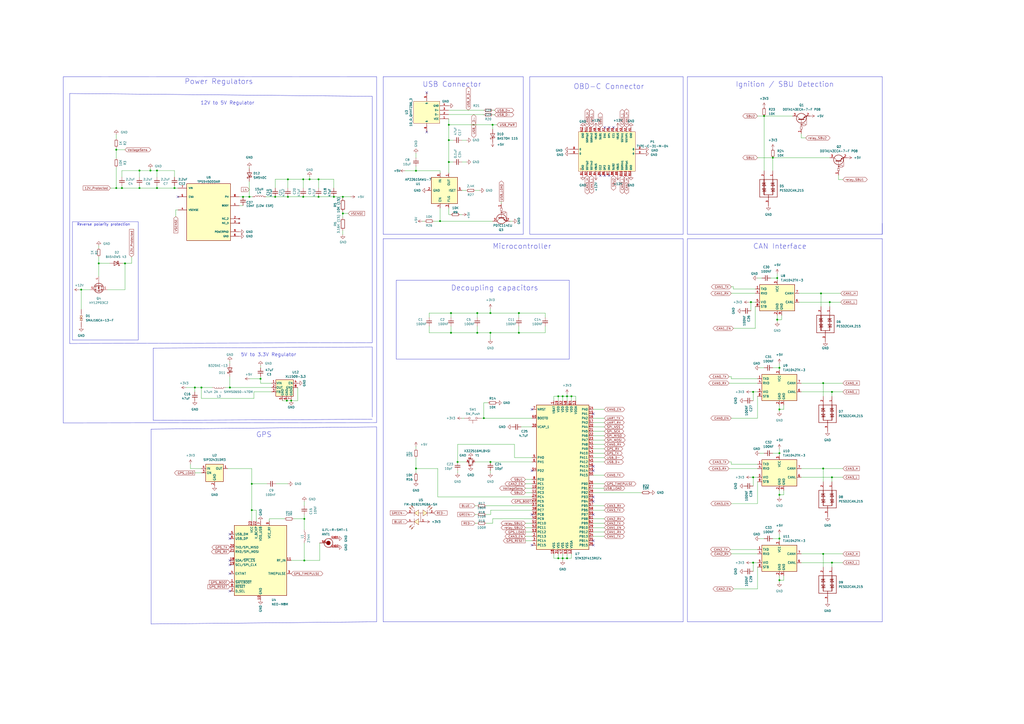
<source format=kicad_sch>
(kicad_sch (version 20230121) (generator eeschema)
  (paper "A2")
  (title_block (title "OpenPanda"))
  (junction (at 331.47 229.87))
  (junction (at 261.62 181.61))
  (junction (at 448.31 91.44))
  (junction (at 436.88 326.39))
  (junction (at 477.52 321.31))
  (junction (at 477.52 271.78))
  (junction (at 276.86 181.61))
  (junction (at 176.53 300.99))
  (junction (at 67.437 86.868))
  (junction (at 72.517 152.781))
  (junction (at 443.23 67.31))
  (junction (at 57.277 152.781))
  (junction (at 80.899 109.093))
  (junction (at 285.75 72.39))
  (junction (at 255.27 128.27))
  (junction (at 300.99 181.61))
  (junction (at 140.97 114.173))
  (junction (at 284.48 267.97))
  (junction (at 167.005 114.173))
  (junction (at 241.3 271.78))
  (junction (at 151.13 219.71))
  (junction (at 91.059 98.933))
  (junction (at 284.48 193.04))
  (junction (at 326.39 229.87))
  (junction (at 328.93 229.87))
  (junction (at 198.882 114.173))
  (junction (at 166.37 232.41))
  (junction (at 144.653 114.173))
  (junction (at 146.05 280.67))
  (junction (at 450.85 161.29))
  (junction (at 176.53 325.12))
  (junction (at 113.03 224.79))
  (junction (at 175.895 114.173))
  (junction (at 477.52 222.25))
  (junction (at 280.67 242.57))
  (junction (at 452.12 262.89))
  (junction (at 159.639 114.173))
  (junction (at 261.62 193.04))
  (junction (at 67.437 109.093))
  (junction (at 198.882 123.825))
  (junction (at 70.739 109.093))
  (junction (at 101.219 109.093))
  (junction (at 452.12 237.49))
  (junction (at 436.88 227.33))
  (junction (at 184.785 104.013))
  (junction (at 241.3 99.06))
  (junction (at 328.93 323.85))
  (junction (at 482.6 326.39))
  (junction (at 435.61 175.26))
  (junction (at 452.12 312.42))
  (junction (at 260.35 81.28))
  (junction (at 265.43 267.97))
  (junction (at 167.005 104.013))
  (junction (at 116.84 224.79))
  (junction (at 284.48 181.61))
  (junction (at 260.35 72.39))
  (junction (at 450.85 185.42))
  (junction (at 476.25 170.18))
  (junction (at 436.88 276.86))
  (junction (at 87.249 98.933))
  (junction (at 323.85 229.87))
  (junction (at 133.35 224.79))
  (junction (at 184.785 114.173))
  (junction (at 193.675 114.173))
  (junction (at 276.86 193.04))
  (junction (at 482.6 276.86))
  (junction (at 452.12 336.55))
  (junction (at 326.39 323.85))
  (junction (at 168.91 232.41))
  (junction (at 91.059 109.093))
  (junction (at 452.12 213.36))
  (junction (at 146.05 295.91))
  (junction (at 482.6 227.33))
  (junction (at 80.899 98.933))
  (junction (at 323.85 323.85))
  (junction (at 452.12 287.02))
  (junction (at 175.895 104.013))
  (junction (at 47.117 168.021))
  (junction (at 481.33 175.26))
  (junction (at 179.578 104.013))
  (junction (at 300.99 193.04))
  (junction (at 260.35 93.98))
  (no_connect (at 355.854 73.914))
  (no_connect (at 344.17 313.69))
  (no_connect (at 348.234 101.854))
  (no_connect (at 353.314 73.914))
  (no_connect (at 308.61 298.45))
  (no_connect (at 350.774 73.914))
  (no_connect (at 308.61 273.05))
  (no_connect (at 133.35 342.9))
  (no_connect (at 133.35 325.12))
  (no_connect (at 133.35 327.66))
  (no_connect (at 133.35 332.74))
  (no_connect (at 133.35 312.42))
  (no_connect (at 133.35 309.88))
  (no_connect (at 344.17 240.03))
  (no_connect (at 247.523 53.721))
  (no_connect (at 344.17 288.29))
  (no_connect (at 344.17 290.83))
  (no_connect (at 247.523 76.581))
  (no_connect (at 344.17 270.51))
  (no_connect (at 344.17 273.05))
  (no_connect (at 344.17 298.45))
  (no_connect (at 308.61 237.49))
  (no_connect (at 350.774 101.854))
  (no_connect (at 308.61 316.23))
  (no_connect (at 344.17 316.23))
  (no_connect (at 103.251 114.173))
  (no_connect (at 353.314 101.854))
  (wire (pts (xy 284.48 193.04) (xy 284.48 196.85)))
  (wire (pts (xy 482.6 276.86) (xy 482.6 279.4)))
  (wire (pts (xy 80.899 107.823) (xy 80.899 109.093)))
  (wire (pts (xy 477.52 321.31) (xy 488.95 321.31)))
  (wire (pts (xy 159.639 104.013) (xy 159.639 109.093)))
  (wire (pts (xy 166.37 232.41) (xy 168.91 232.41)))
  (wire (pts (xy 308.61 288.29) (xy 254 288.29)))
  (polyline (pts (xy 303.53 44.45) (xy 222.25 44.45)))
  (wire (pts (xy 255.27 100.33) (xy 255.27 99.06)))
  (wire (pts (xy 323.85 229.87) (xy 326.39 229.87)))
  (wire (pts (xy 101.219 98.933) (xy 101.219 102.743)))
  (wire (pts (xy 193.675 104.013) (xy 193.675 109.093)))
  (wire (pts (xy 241.3 96.52) (xy 241.3 99.06)))
  (polyline (pts (xy 303.53 135.89) (xy 303.53 44.45)))
  (wire (pts (xy 298.45 265.43) (xy 308.61 265.43)))
  (polyline (pts (xy 396.24 360.68) (xy 396.24 138.43)))
  (wire (pts (xy 76.327 148.971) (xy 76.327 152.781)))
  (wire (pts (xy 344.17 247.65) (xy 350.52 247.65)))
  (wire (pts (xy 133.35 210.82) (xy 133.35 209.55)))
  (wire (pts (xy 280.543 64.008) (xy 280.67 64.008)))
  (wire (pts (xy 146.05 295.91) (xy 146.05 302.26)))
  (wire (pts (xy 482.6 227.33) (xy 488.95 227.33)))
  (wire (pts (xy 304.8 280.67) (xy 308.61 280.67)))
  (wire (pts (xy 144.653 97.028) (xy 144.653 97.663)))
  (wire (pts (xy 308.61 300.99) (xy 285.75 300.99)))
  (wire (pts (xy 57.277 152.781) (xy 57.277 160.401)))
  (wire (pts (xy 448.31 262.89) (xy 452.12 262.89)))
  (wire (pts (xy 425.45 166.37) (xy 424.18 166.37)))
  (wire (pts (xy 260.35 81.28) (xy 262.89 81.28)))
  (polyline (pts (xy 398.78 360.68) (xy 511.81 360.68)))
  (polyline (pts (xy 42.037 128.651) (xy 42.037 197.231)))
  (wire (pts (xy 57.277 152.781) (xy 63.627 152.781)))
  (polyline (pts (xy 40.386 54.229) (xy 40.386 199.263)))
  (wire (pts (xy 439.42 91.44) (xy 448.31 91.44)))
  (wire (pts (xy 328.93 228.6) (xy 328.93 229.87)))
  (wire (pts (xy 344.17 308.61) (xy 350.52 308.61)))
  (wire (pts (xy 452.12 213.36) (xy 452.12 214.63)))
  (polyline (pts (xy 511.81 129.54) (xy 511.81 135.89)))
  (wire (pts (xy 144.653 105.283) (xy 144.653 114.173)))
  (wire (pts (xy 284.607 295.91) (xy 308.61 295.91)))
  (wire (pts (xy 198.882 114.173) (xy 203.327 114.173)))
  (wire (pts (xy 284.48 267.97) (xy 308.61 267.97)))
  (wire (pts (xy 452.12 262.89) (xy 452.12 264.16)))
  (wire (pts (xy 151.13 218.44) (xy 151.13 219.71)))
  (wire (pts (xy 304.8 285.75) (xy 308.61 285.75)))
  (wire (pts (xy 260.35 69.088) (xy 260.223 68.961)))
  (polyline (pts (xy 307.34 44.45) (xy 396.24 44.45)))
  (wire (pts (xy 436.88 276.86) (xy 439.42 276.86)))
  (wire (pts (xy 464.82 222.25) (xy 477.52 222.25)))
  (wire (pts (xy 148.59 295.91) (xy 146.05 295.91)))
  (wire (pts (xy 450.85 158.75) (xy 450.85 161.29)))
  (wire (pts (xy 101.981 121.793) (xy 101.981 125.603)))
  (polyline (pts (xy 88.9 243.84) (xy 88.9 201.93)))
  (wire (pts (xy 57.277 148.971) (xy 57.277 152.781)))
  (wire (pts (xy 344.17 303.53) (xy 350.52 303.53)))
  (wire (pts (xy 251.46 128.27) (xy 255.27 128.27)))
  (wire (pts (xy 132.08 271.78) (xy 146.05 271.78)))
  (wire (pts (xy 304.8 313.69) (xy 308.61 313.69)))
  (wire (pts (xy 265.43 267.97) (xy 265.43 257.81)))
  (wire (pts (xy 424.18 269.24) (xy 439.42 269.24)))
  (wire (pts (xy 275.59 110.49) (xy 278.13 110.49)))
  (wire (pts (xy 234.95 99.06) (xy 241.3 99.06)))
  (wire (pts (xy 47.117 168.021) (xy 47.117 179.451)))
  (wire (pts (xy 326.39 229.87) (xy 328.93 229.87)))
  (wire (pts (xy 159.639 114.046) (xy 159.639 114.173)))
  (wire (pts (xy 154.178 114.173) (xy 159.639 114.173)))
  (wire (pts (xy 476.25 170.18) (xy 487.68 170.18)))
  (wire (pts (xy 260.35 72.39) (xy 285.75 72.39)))
  (wire (pts (xy 80.899 98.933) (xy 87.249 98.933)))
  (wire (pts (xy 304.8 311.15) (xy 308.61 311.15)))
  (wire (pts (xy 176.53 290.83) (xy 176.53 293.37)))
  (wire (pts (xy 344.17 267.97) (xy 350.52 267.97)))
  (wire (pts (xy 436.88 276.86) (xy 436.88 281.94)))
  (wire (pts (xy 248.92 181.61) (xy 261.62 181.61)))
  (wire (pts (xy 87.249 97.663) (xy 87.249 98.933)))
  (wire (pts (xy 344.17 260.35) (xy 350.52 260.35)))
  (wire (pts (xy 422.91 271.78) (xy 439.42 271.78)))
  (polyline (pts (xy 42.037 197.231) (xy 80.137 197.231)))
  (wire (pts (xy 270.51 267.97) (xy 265.43 267.97)))
  (wire (pts (xy 280.67 233.68) (xy 280.67 242.57)))
  (wire (pts (xy 453.39 182.88) (xy 453.39 185.42)))
  (wire (pts (xy 159.639 104.013) (xy 167.005 104.013)))
  (polyline (pts (xy 222.25 138.43) (xy 222.25 360.68)))
  (wire (pts (xy 344.17 285.75) (xy 372.11 285.75)))
  (wire (pts (xy 448.31 213.36) (xy 452.12 213.36)))
  (wire (pts (xy 260.35 93.98) (xy 260.35 100.33)))
  (wire (pts (xy 113.03 224.79) (xy 113.03 227.33)))
  (wire (pts (xy 321.31 323.85) (xy 323.85 323.85)))
  (polyline (pts (xy 222.25 360.68) (xy 396.24 360.68)))
  (wire (pts (xy 176.53 298.45) (xy 176.53 300.99)))
  (wire (pts (xy 481.33 175.26) (xy 481.33 177.8)))
  (wire (pts (xy 116.84 224.79) (xy 123.19 224.79)))
  (wire (pts (xy 248.92 184.15) (xy 248.92 181.61)))
  (wire (pts (xy 452.12 237.49) (xy 452.12 238.76)))
  (wire (pts (xy 113.03 274.32) (xy 116.84 274.32)))
  (wire (pts (xy 300.99 181.61) (xy 300.99 184.15)))
  (wire (pts (xy 160.02 280.67) (xy 167.005 280.67)))
  (wire (pts (xy 144.78 219.71) (xy 151.13 219.71)))
  (wire (pts (xy 344.17 293.37) (xy 350.52 293.37)))
  (wire (pts (xy 486.41 104.14) (xy 486.41 101.6)))
  (wire (pts (xy 148.59 302.26) (xy 148.59 295.91)))
  (wire (pts (xy 467.36 80.01) (xy 464.82 80.01)))
  (wire (pts (xy 91.059 102.743) (xy 91.059 98.933)))
  (wire (pts (xy 436.88 227.33) (xy 436.88 232.41)))
  (wire (pts (xy 280.67 242.57) (xy 279.4 242.57)))
  (wire (pts (xy 443.23 67.31) (xy 459.74 67.31)))
  (wire (pts (xy 344.17 262.89) (xy 350.52 262.89)))
  (wire (pts (xy 321.31 229.87) (xy 323.85 229.87)))
  (wire (pts (xy 107.95 224.79) (xy 113.03 224.79)))
  (wire (pts (xy 280.543 63.881) (xy 260.223 63.881)))
  (polyline (pts (xy 215.9 55.88) (xy 40.386 54.229)))
  (wire (pts (xy 275.59 298.45) (xy 276.86 298.45)))
  (wire (pts (xy 241.3 271.78) (xy 241.3 274.32)))
  (wire (pts (xy 323.85 321.31) (xy 323.85 323.85)))
  (wire (pts (xy 316.23 189.23) (xy 316.23 193.04)))
  (polyline (pts (xy 330.2 162.56) (xy 330.2 208.28)))
  (wire (pts (xy 47.117 168.021) (xy 52.197 168.021)))
  (wire (pts (xy 344.17 245.11) (xy 350.52 245.11)))
  (wire (pts (xy 284.48 181.61) (xy 300.99 181.61)))
  (wire (pts (xy 157.48 227.33) (xy 147.32 227.33)))
  (wire (pts (xy 452.12 312.42) (xy 452.12 313.69)))
  (wire (pts (xy 454.66 334.01) (xy 454.66 336.55)))
  (polyline (pts (xy 36.703 245.364) (xy 218.44 245.11)))
  (polyline (pts (xy 88.9 201.93) (xy 215.9 201.295)))
  (wire (pts (xy 344.17 237.49) (xy 350.52 237.49)))
  (wire (pts (xy 439.42 229.87) (xy 439.42 242.57)))
  (wire (pts (xy 267.97 81.28) (xy 270.51 81.28)))
  (wire (pts (xy 454.66 284.48) (xy 454.66 287.02)))
  (wire (pts (xy 285.75 300.99) (xy 285.75 303.53)))
  (wire (pts (xy 328.93 229.87) (xy 331.47 229.87)))
  (wire (pts (xy 198.882 133.731) (xy 198.882 136.017)))
  (wire (pts (xy 175.895 114.173) (xy 184.785 114.173)))
  (wire (pts (xy 334.01 232.41) (xy 334.01 229.87)))
  (wire (pts (xy 144.653 114.173) (xy 146.558 114.173)))
  (wire (pts (xy 267.97 110.49) (xy 270.51 110.49)))
  (wire (pts (xy 448.31 91.44) (xy 448.31 99.06)))
  (wire (pts (xy 450.85 182.88) (xy 450.85 185.42)))
  (wire (pts (xy 464.82 271.78) (xy 477.52 271.78)))
  (wire (pts (xy 439.42 341.63) (xy 439.42 328.93)))
  (wire (pts (xy 255.27 120.65) (xy 255.27 128.27)))
  (wire (pts (xy 138.811 119.253) (xy 140.97 119.253)))
  (wire (pts (xy 280.543 64.008) (xy 280.543 63.881)))
  (wire (pts (xy 265.43 274.32) (xy 265.43 273.05)))
  (wire (pts (xy 290.83 116.84) (xy 290.83 118.11)))
  (wire (pts (xy 147.32 231.14) (xy 116.84 231.14)))
  (wire (pts (xy 72.517 152.781) (xy 72.517 168.021)))
  (wire (pts (xy 281.94 303.53) (xy 285.75 303.53)))
  (polyline (pts (xy 229.87 208.28) (xy 229.87 162.56)))
  (wire (pts (xy 241.3 99.06) (xy 255.27 99.06)))
  (wire (pts (xy 425.45 190.5) (xy 438.15 190.5)))
  (wire (pts (xy 344.17 311.15) (xy 350.52 311.15)))
  (wire (pts (xy 151.13 222.25) (xy 157.48 222.25)))
  (wire (pts (xy 477.52 321.31) (xy 477.52 328.93)))
  (wire (pts (xy 172.72 232.41) (xy 168.91 232.41)))
  (wire (pts (xy 344.17 250.19) (xy 350.52 250.19)))
  (polyline (pts (xy 511.81 44.45) (xy 398.78 44.45)))
  (wire (pts (xy 334.01 229.87) (xy 331.47 229.87)))
  (wire (pts (xy 481.33 175.26) (xy 487.68 175.26)))
  (wire (pts (xy 275.59 293.37) (xy 276.86 293.37)))
  (wire (pts (xy 439.42 161.29) (xy 441.96 161.29)))
  (wire (pts (xy 482.6 276.86) (xy 488.95 276.86)))
  (wire (pts (xy 67.437 109.093) (xy 70.739 109.093)))
  (polyline (pts (xy 215.9 243.205) (xy 88.9 243.84)))
  (wire (pts (xy 276.86 193.04) (xy 284.48 193.04)))
  (wire (pts (xy 425.45 167.64) (xy 438.15 167.64)))
  (wire (pts (xy 176.53 325.12) (xy 185.42 325.12)))
  (wire (pts (xy 176.53 314.96) (xy 176.53 325.12)))
  (wire (pts (xy 70.739 102.743) (xy 70.739 98.933)))
  (polyline (pts (xy 215.9 201.295) (xy 215.9 241.935)))
  (polyline (pts (xy 511.81 135.89) (xy 511.81 44.45)))
  (wire (pts (xy 304.8 306.07) (xy 308.61 306.07)))
  (wire (pts (xy 101.219 107.823) (xy 101.219 109.093)))
  (wire (pts (xy 167.005 114.173) (xy 175.895 114.173)))
  (wire (pts (xy 260.35 72.39) (xy 260.35 81.28)))
  (wire (pts (xy 344.17 306.07) (xy 350.52 306.07)))
  (wire (pts (xy 295.91 128.27) (xy 297.18 128.27)))
  (wire (pts (xy 344.17 275.59) (xy 350.52 275.59)))
  (wire (pts (xy 67.437 86.868) (xy 67.437 91.948)))
  (wire (pts (xy 184.785 104.013) (xy 179.578 104.013)))
  (polyline (pts (xy 80.137 197.231) (xy 80.137 128.651)))
  (polyline (pts (xy 218.44 360.68) (xy 218.44 247.65)))
  (wire (pts (xy 435.61 276.86) (xy 436.88 276.86)))
  (wire (pts (xy 450.85 161.29) (xy 450.85 162.56)))
  (wire (pts (xy 151.13 212.09) (xy 151.13 213.36)))
  (wire (pts (xy 452.12 336.55) (xy 452.12 337.82)))
  (wire (pts (xy 304.8 283.21) (xy 308.61 283.21)))
  (polyline (pts (xy 40.386 199.263) (xy 215.9 198.755)))
  (wire (pts (xy 285.75 66.548) (xy 286.893 66.548)))
  (wire (pts (xy 331.47 323.85) (xy 328.93 323.85)))
  (wire (pts (xy 284.48 274.32) (xy 284.48 273.05)))
  (wire (pts (xy 280.416 66.548) (xy 280.416 66.421)))
  (wire (pts (xy 440.69 213.36) (xy 443.23 213.36)))
  (wire (pts (xy 80.899 109.093) (xy 91.059 109.093)))
  (wire (pts (xy 179.578 104.013) (xy 175.895 104.013)))
  (polyline (pts (xy 396.24 138.43) (xy 222.25 138.43)))
  (wire (pts (xy 463.55 175.26) (xy 481.33 175.26)))
  (wire (pts (xy 91.059 109.093) (xy 101.219 109.093)))
  (wire (pts (xy 72.517 152.781) (xy 71.247 152.781)))
  (wire (pts (xy 328.93 323.85) (xy 326.39 323.85)))
  (wire (pts (xy 91.059 107.823) (xy 91.059 109.093)))
  (polyline (pts (xy 398.78 138.43) (xy 398.78 360.68)))
  (wire (pts (xy 241.3 88.9) (xy 241.3 91.44)))
  (wire (pts (xy 260.35 81.28) (xy 260.35 93.98)))
  (wire (pts (xy 284.607 295.91) (xy 284.607 298.45)))
  (polyline (pts (xy 222.25 44.45) (xy 222.25 135.89)))
  (wire (pts (xy 284.48 193.04) (xy 300.99 193.04)))
  (wire (pts (xy 321.31 232.41) (xy 321.31 229.87)))
  (wire (pts (xy 260.35 120.65) (xy 260.35 124.46)))
  (polyline (pts (xy 330.2 208.28) (xy 229.87 208.28)))
  (wire (pts (xy 133.35 224.79) (xy 157.48 224.79)))
  (wire (pts (xy 260.35 124.46) (xy 261.62 124.46)))
  (wire (pts (xy 193.675 114.173) (xy 198.882 114.173)))
  (polyline (pts (xy 511.81 138.43) (xy 398.78 138.43)))
  (wire (pts (xy 67.437 77.978) (xy 67.437 80.518)))
  (wire (pts (xy 452.12 309.88) (xy 452.12 312.42)))
  (wire (pts (xy 464.82 321.31) (xy 477.52 321.31)))
  (wire (pts (xy 198.882 123.825) (xy 202.057 123.825)))
  (wire (pts (xy 167.005 104.013) (xy 167.005 109.093)))
  (wire (pts (xy 304.8 303.53) (xy 308.61 303.53)))
  (wire (pts (xy 344.17 265.43) (xy 350.52 265.43)))
  (wire (pts (xy 424.18 267.97) (xy 422.91 267.97)))
  (wire (pts (xy 463.55 170.18) (xy 476.25 170.18)))
  (wire (pts (xy 276.86 181.61) (xy 284.48 181.61)))
  (polyline (pts (xy 87.63 361.95) (xy 218.44 360.68)))
  (polyline (pts (xy 218.44 247.65) (xy 87.63 248.92)))
  (polyline (pts (xy 398.78 44.45) (xy 398.78 135.89)))
  (polyline (pts (xy 87.63 248.92) (xy 87.63 361.95)))
  (wire (pts (xy 113.03 224.79) (xy 116.84 224.79)))
  (wire (pts (xy 261.62 181.61) (xy 276.86 181.61)))
  (wire (pts (xy 424.18 321.31) (xy 439.42 321.31)))
  (wire (pts (xy 422.91 222.25) (xy 439.42 222.25)))
  (wire (pts (xy 448.31 91.44) (xy 481.33 91.44)))
  (wire (pts (xy 91.059 98.933) (xy 101.219 98.933)))
  (wire (pts (xy 454.66 234.95) (xy 454.66 237.49)))
  (wire (pts (xy 300.99 189.23) (xy 300.99 193.04)))
  (wire (pts (xy 482.6 227.33) (xy 482.6 229.87)))
  (wire (pts (xy 482.6 326.39) (xy 488.95 326.39)))
  (wire (pts (xy 464.82 227.33) (xy 482.6 227.33)))
  (wire (pts (xy 193.675 104.013) (xy 184.785 104.013)))
  (wire (pts (xy 302.26 247.65) (xy 308.61 247.65)))
  (wire (pts (xy 146.05 280.67) (xy 146.05 295.91)))
  (wire (pts (xy 163.83 232.41) (xy 166.37 232.41)))
  (polyline (pts (xy 307.34 135.89) (xy 307.34 44.45)))
  (wire (pts (xy 57.277 142.621) (xy 57.277 143.891)))
  (wire (pts (xy 316.23 184.15) (xy 316.23 181.61)))
  (wire (pts (xy 261.62 184.15) (xy 261.62 181.61)))
  (wire (pts (xy 435.61 227.33) (xy 436.88 227.33)))
  (wire (pts (xy 424.18 218.44) (xy 422.91 218.44)))
  (wire (pts (xy 245.11 128.27) (xy 246.38 128.27)))
  (wire (pts (xy 87.249 98.933) (xy 91.059 98.933)))
  (wire (pts (xy 326.39 321.31) (xy 326.39 323.85)))
  (wire (pts (xy 255.27 128.27) (xy 285.75 128.27)))
  (wire (pts (xy 248.92 189.23) (xy 248.92 193.04)))
  (wire (pts (xy 70.739 98.933) (xy 80.899 98.933)))
  (wire (pts (xy 67.437 85.598) (xy 67.437 86.868)))
  (wire (pts (xy 439.42 292.1) (xy 439.42 279.4)))
  (wire (pts (xy 436.88 326.39) (xy 439.42 326.39)))
  (wire (pts (xy 67.437 109.093) (xy 67.437 97.028)))
  (polyline (pts (xy 80.137 128.651) (xy 42.037 128.651)))
  (wire (pts (xy 184.785 104.013) (xy 184.785 109.093)))
  (wire (pts (xy 435.61 326.39) (xy 436.88 326.39)))
  (wire (pts (xy 425.45 167.64) (xy 425.45 166.37)))
  (wire (pts (xy 198.882 123.825) (xy 198.882 126.111)))
  (wire (pts (xy 70.739 109.093) (xy 80.899 109.093)))
  (polyline (pts (xy 218.44 44.45) (xy 36.703 44.577)))
  (wire (pts (xy 185.42 314.96) (xy 185.42 325.12)))
  (wire (pts (xy 452.12 336.55) (xy 454.66 336.55)))
  (wire (pts (xy 331.47 232.41) (xy 331.47 229.87)))
  (wire (pts (xy 344.17 255.27) (xy 350.52 255.27)))
  (wire (pts (xy 267.97 124.46) (xy 266.7 124.46)))
  (wire (pts (xy 304.8 278.13) (xy 308.61 278.13)))
  (wire (pts (xy 281.94 293.37) (xy 308.61 293.37)))
  (wire (pts (xy 110.49 271.78) (xy 116.84 271.78)))
  (wire (pts (xy 344.17 257.81) (xy 350.52 257.81)))
  (wire (pts (xy 159.766 114.173) (xy 159.639 114.046)))
  (wire (pts (xy 350.52 242.57) (xy 344.17 242.57)))
  (wire (pts (xy 482.6 326.39) (xy 482.6 328.93)))
  (wire (pts (xy 300.99 193.04) (xy 316.23 193.04)))
  (wire (pts (xy 80.899 98.933) (xy 80.899 102.743)))
  (wire (pts (xy 434.34 175.26) (xy 435.61 175.26)))
  (wire (pts (xy 304.8 308.61) (xy 308.61 308.61)))
  (wire (pts (xy 439.42 67.31) (xy 443.23 67.31)))
  (polyline (pts (xy 229.87 162.56) (xy 330.2 162.56)))
  (wire (pts (xy 254 288.29) (xy 254 271.78)))
  (wire (pts (xy 298.45 257.81) (xy 298.45 265.43)))
  (wire (pts (xy 260.35 69.088) (xy 260.35 72.39)))
  (wire (pts (xy 300.99 181.61) (xy 316.23 181.61)))
  (wire (pts (xy 331.47 321.31) (xy 331.47 323.85)))
  (wire (pts (xy 452.12 260.35) (xy 452.12 262.89)))
  (wire (pts (xy 146.05 280.67) (xy 154.94 280.67)))
  (wire (pts (xy 323.85 232.41) (xy 323.85 229.87)))
  (wire (pts (xy 101.219 109.093) (xy 103.251 109.093)))
  (wire (pts (xy 328.93 321.31) (xy 328.93 323.85)))
  (wire (pts (xy 284.607 298.45) (xy 281.94 298.45)))
  (wire (pts (xy 454.66 237.49) (xy 452.12 237.49)))
  (wire (pts (xy 179.578 102.362) (xy 179.578 104.013)))
  (wire (pts (xy 285.75 72.39) (xy 288.29 72.39)))
  (wire (pts (xy 440.69 312.42) (xy 443.23 312.42)))
  (wire (pts (xy 477.52 222.25) (xy 488.95 222.25)))
  (wire (pts (xy 72.517 86.868) (xy 67.437 86.868)))
  (wire (pts (xy 176.53 307.34) (xy 176.53 300.99)))
  (wire (pts (xy 72.517 152.781) (xy 76.327 152.781)))
  (wire (pts (xy 464.82 276.86) (xy 482.6 276.86)))
  (wire (pts (xy 260.35 93.98) (xy 262.89 93.98)))
  (wire (pts (xy 175.895 104.013) (xy 167.005 104.013)))
  (wire (pts (xy 198.882 114.173) (xy 198.882 115.062)))
  (wire (pts (xy 130.81 224.79) (xy 133.35 224.79)))
  (wire (pts (xy 156.21 300.99) (xy 165.1 300.99)))
  (wire (pts (xy 488.95 104.14) (xy 486.41 104.14)))
  (polyline (pts (xy 398.78 135.89) (xy 511.81 135.89)))
  (wire (pts (xy 454.66 287.02) (xy 452.12 287.02)))
  (wire (pts (xy 248.92 193.04) (xy 261.62 193.04)))
  (wire (pts (xy 110.49 269.24) (xy 110.49 271.78)))
  (wire (pts (xy 439.42 219.71) (xy 424.18 219.71)))
  (wire (pts (xy 450.85 185.42) (xy 450.85 186.69)))
  (wire (pts (xy 436.88 227.33) (xy 439.42 227.33)))
  (wire (pts (xy 70.739 107.823) (xy 70.739 109.093)))
  (wire (pts (xy 452.12 210.82) (xy 452.12 213.36)))
  (wire (pts (xy 326.39 325.12) (xy 326.39 323.85)))
  (wire (pts (xy 176.53 300.99) (xy 170.18 300.99)))
  (wire (pts (xy 452.12 287.02) (xy 452.12 288.29)))
  (wire (pts (xy 265.43 257.81) (xy 298.45 257.81)))
  (wire (pts (xy 424.18 292.1) (xy 439.42 292.1)))
  (wire (pts (xy 323.85 323.85) (xy 326.39 323.85)))
  (wire (pts (xy 133.35 218.44) (xy 133.35 224.79)))
  (wire (pts (xy 438.15 190.5) (xy 438.15 177.8)))
  (polyline (pts (xy 222.25 135.89) (xy 303.53 135.89)))
  (wire (pts (xy 275.59 267.97) (xy 284.48 267.97)))
  (wire (pts (xy 464.82 326.39) (xy 482.6 326.39)))
  (wire (pts (xy 476.25 170.18) (xy 476.25 177.8)))
  (wire (pts (xy 172.72 224.79) (xy 172.72 232.41)))
  (wire (pts (xy 344.17 295.91) (xy 350.52 295.91)))
  (wire (pts (xy 140.97 114.173) (xy 144.653 114.173)))
  (wire (pts (xy 146.05 271.78) (xy 146.05 280.67)))
  (wire (pts (xy 285.75 72.39) (xy 285.75 74.93)))
  (wire (pts (xy 116.84 231.14) (xy 116.84 224.79)))
  (wire (pts (xy 344.17 283.21) (xy 350.52 283.21)))
  (wire (pts (xy 280.67 242.57) (xy 308.61 242.57)))
  (wire (pts (xy 285.75 64.008) (xy 286.893 64.008)))
  (wire (pts (xy 344.17 252.73) (xy 350.52 252.73)))
  (wire (pts (xy 424.18 219.71) (xy 424.18 218.44)))
  (wire (pts (xy 101.981 121.793) (xy 103.251 121.793)))
  (wire (pts (xy 443.23 67.31) (xy 443.23 99.06)))
  (wire (pts (xy 452.12 234.95) (xy 452.12 237.49)))
  (wire (pts (xy 168.91 325.12) (xy 176.53 325.12)))
  (wire (pts (xy 261.62 189.23) (xy 261.62 193.04)))
  (wire (pts (xy 198.882 122.682) (xy 198.882 123.825)))
  (wire (pts (xy 138.811 114.173) (xy 140.97 114.173)))
  (polyline (pts (xy 215.9 198.755) (xy 215.9 55.88)))
  (wire (pts (xy 175.895 104.013) (xy 175.895 109.093)))
  (wire (pts (xy 284.48 179.07) (xy 284.48 181.61)))
  (wire (pts (xy 424.18 170.18) (xy 438.15 170.18)))
  (wire (pts (xy 453.39 185.42) (xy 450.85 185.42)))
  (wire (pts (xy 452.12 284.48) (xy 452.12 287.02)))
  (wire (pts (xy 452.12 334.01) (xy 452.12 336.55)))
  (wire (pts (xy 328.93 229.87) (xy 328.93 232.41)))
  (wire (pts (xy 326.39 229.87) (xy 326.39 232.41)))
  (wire (pts (xy 425.45 341.63) (xy 439.42 341.63)))
  (wire (pts (xy 147.32 227.33) (xy 147.32 231.14)))
  (wire (pts (xy 423.672 318.77) (xy 439.42 318.77)))
  (wire (pts (xy 241.3 265.43) (xy 241.3 271.78)))
  (wire (pts (xy 448.31 312.42) (xy 452.12 312.42)))
  (wire (pts (xy 267.97 93.98) (xy 270.51 93.98)))
  (wire (pts (xy 464.82 80.01) (xy 464.82 77.47)))
  (wire (pts (xy 321.31 321.31) (xy 321.31 323.85)))
  (wire (pts (xy 254 271.78) (xy 241.3 271.78)))
  (wire (pts (xy 477.52 271.78) (xy 488.95 271.78)))
  (wire (pts (xy 184.785 114.173) (xy 193.675 114.173)))
  (wire (pts (xy 62.357 168.021) (xy 72.517 168.021)))
  (polyline (pts (xy 396.24 44.45) (xy 396.24 135.89)))
  (wire (pts (xy 439.42 242.57) (xy 424.18 242.57)))
  (wire (pts (xy 477.52 271.78) (xy 477.52 279.4)))
  (polyline (pts (xy 36.703 44.577) (xy 36.703 245.364)))
  (wire (pts (xy 280.67 233.68) (xy 283.21 233.68)))
  (wire (pts (xy 159.766 114.173) (xy 167.005 114.173)))
  (wire (pts (xy 440.69 262.89) (xy 443.23 262.89)))
  (wire (pts (xy 477.52 222.25) (xy 477.52 229.87)))
  (polyline (pts (xy 511.81 360.68) (xy 511.81 138.43)))
  (wire (pts (xy 275.59 303.53) (xy 276.86 303.53)))
  (wire (pts (xy 344.17 300.99) (xy 350.52 300.99)))
  (wire (pts (xy 267.97 242.57) (xy 269.24 242.57)))
  (wire (pts (xy 447.04 161.29) (xy 450.85 161.29)))
  (wire (pts (xy 151.13 219.71) (xy 151.13 222.25)))
  (polyline (pts (xy 218.44 245.11) (xy 218.44 44.45)))
  (wire (pts (xy 241.3 259.08) (xy 241.3 260.35)))
  (wire (pts (xy 280.416 66.548) (xy 280.67 66.548)))
  (wire (pts (xy 424.18 269.24) (xy 424.18 267.97)))
  (wire (pts (xy 64.135 109.093) (xy 67.437 109.093)))
  (wire (pts (xy 156.21 302.26) (xy 156.21 300.99)))
  (wire (pts (xy 276.86 189.23) (xy 276.86 193.04)))
  (wire (pts (xy 436.88 326.39) (xy 436.88 331.47)))
  (wire (pts (xy 276.86 181.61) (xy 276.86 184.15)))
  (wire (pts (xy 280.416 66.421) (xy 260.223 66.421)))
  (wire (pts (xy 45.847 168.021) (xy 47.117 168.021)))
  (wire (pts (xy 435.61 175.26) (xy 435.61 180.34)))
  (wire (pts (xy 435.61 175.26) (xy 438.15 175.26)))
  (wire (pts (xy 261.62 193.04) (xy 276.86 193.04)))
  (wire (pts (xy 344.17 280.67) (xy 350.52 280.67)))
  (polyline (pts (xy 396.24 135.89) (xy 307.34 135.89)))
  (text "USB Connector" (at 245.11 50.8 0) (effects (font (size 3 3)) (justify left bottom)))
  (text "CAN Interface" (at 436.88 144.78 0) (effects (font (size 3 3)) (justify left bottom)))
  (text "5V to 3.3V Regulator" (at 139.7 207.01 0) (effects (font (size 2 2)) (justify left bottom)))
  (text "OBD-C Connector" (at 332.74 52.07 0) (effects (font (size 3 3)) (justify left bottom)))
  (text "Decoupling capacitors" (at 261.62 168.91 0) (effects (font (size 3 3)) (justify left bottom)))
  (text "Power Regulators" (at 107.061 49.149 0) (effects (font (size 3 3)) (justify left bottom)))
  (text "12V to 5V Regulator" (at 116.332 60.96 0) (effects (font (size 2 2)) (justify left bottom)))
  (text "Microcontroller" (at 285.75 144.78 0) (effects (font (size 3 3)) (justify left bottom)))
  (text "GPS" (at 148.59 254 0) (effects (font (size 3 3)) (justify left bottom)))
  (text "Ignition / SBU Detection" (at 426.72 50.8 0) (effects (font (size 3 3)) (justify left bottom)))
  (text "Reverse polarity protection" (at 44.577 131.191 0) (effects (font (size 1.5 1.5)) (justify left bottom)))
  (global_label "USB_LOAD" (shape output) (at 350.52 283.21 0) (property "Intersheetrefs" "${INTERSHEET_REFS}" (effects hide)))
  (global_label "GPS_BOOT" (shape input) (at 133.35 337.82 180) (property "Intersheetrefs" "${INTERSHEET_REFS}" (effects hide)))
  (global_label "relay_SBU2" (shape bidirectional) (at 304.8 306.07 180) (property "Intersheetrefs" "${INTERSHEET_REFS}" (effects hide)))
  (global_label "VSENSE" (shape input) (at 101.981 125.603 270) (property "Intersheetrefs" "${INTERSHEET_REFS}" (effects hide)))
  (global_label "CAN2_H" (shape input) (at 488.95 321.31 0) (property "Intersheetrefs" "${INTERSHEET_REFS}" (effects hide)))
  (global_label "SBU1" (shape bidirectional) (at 439.42 91.44 180) (property "Intersheetrefs" "${INTERSHEET_REFS}" (effects hide)))
  (global_label "SPI_MISO" (shape bidirectional) (at 350.52 252.73 0) (property "Intersheetrefs" "${INTERSHEET_REFS}" (effects hide)))
  (global_label "relay_SBU1" (shape bidirectional) (at 304.8 303.53 180) (property "Intersheetrefs" "${INTERSHEET_REFS}" (effects hide)))
  (global_label "CAN2_TX" (shape bidirectional) (at 350.52 303.53 0) (property "Intersheetrefs" "${INTERSHEET_REFS}" (effects hide)))
  (global_label "GPS_LOAD" (shape output) (at 304.8 308.61 180) (property "Intersheetrefs" "${INTERSHEET_REFS}" (effects hide)))
  (global_label "CAN2_TX" (shape bidirectional) (at 423.672 318.77 180) (property "Intersheetrefs" "${INTERSHEET_REFS}" (effects hide)))
  (global_label "CAN3_L" (shape bidirectional) (at 343.154 101.854 270) (property "Intersheetrefs" "${INTERSHEET_REFS}" (effects hide)))
  (global_label "BLUE-" (shape input) (at 275.59 293.37 180) (property "Intersheetrefs" "${INTERSHEET_REFS}" (effects hide)))
  (global_label "CAN0_RX" (shape bidirectional) (at 350.52 257.81 0) (property "Intersheetrefs" "${INTERSHEET_REFS}" (effects hide)))
  (global_label "BLUE-" (shape input) (at 236.474 302.641 180) (property "Intersheetrefs" "${INTERSHEET_REFS}" (effects hide)))
  (global_label "USB_D+" (shape bidirectional) (at 286.893 64.008 0) (property "Intersheetrefs" "${INTERSHEET_REFS}" (effects hide)))
  (global_label "CAN3_RX" (shape bidirectional) (at 422.91 271.78 180) (property "Intersheetrefs" "${INTERSHEET_REFS}" (effects hide)))
  (global_label "CAN0_TX" (shape bidirectional) (at 350.52 275.59 0) (property "Intersheetrefs" "${INTERSHEET_REFS}" (effects hide)))
  (global_label "RED-" (shape input) (at 275.59 303.53 180) (property "Intersheetrefs" "${INTERSHEET_REFS}" (effects hide)))
  (global_label "GPS_RX" (shape bidirectional) (at 133.35 320.04 180) (property "Intersheetrefs" "${INTERSHEET_REFS}" (effects hide)))
  (global_label "CAN0_L" (shape input) (at 488.95 227.33 0) (property "Intersheetrefs" "${INTERSHEET_REFS}" (effects hide)))
  (global_label "relay_SBU1" (shape bidirectional) (at 488.95 104.14 0) (property "Intersheetrefs" "${INTERSHEET_REFS}" (effects hide)))
  (global_label "CAN1_RX" (shape bidirectional) (at 424.18 170.18 180) (property "Intersheetrefs" "${INTERSHEET_REFS}" (effects hide)))
  (global_label "RED-" (shape input) (at 251.714 297.561 0) (property "Intersheetrefs" "${INTERSHEET_REFS}" (effects hide)))
  (global_label "USB_D-" (shape bidirectional) (at 350.52 265.43 0) (property "Intersheetrefs" "${INTERSHEET_REFS}" (effects hide)))
  (global_label "CAN1_H" (shape bidirectional) (at 363.474 73.914 90) (property "Intersheetrefs" "${INTERSHEET_REFS}" (effects hide)))
  (global_label "USB_R_D-" (shape bidirectional) (at 274.828 66.421 270) (property "Intersheetrefs" "${INTERSHEET_REFS}" (effects hide)))
  (global_label "CAN2_EN" (shape bidirectional) (at 304.8 280.67 180) (property "Intersheetrefs" "${INTERSHEET_REFS}" (effects hide)))
  (global_label "CAN2_EN" (shape bidirectional) (at 425.45 341.63 180) (property "Intersheetrefs" "${INTERSHEET_REFS}" (effects hide)))
  (global_label "GREEN-" (shape input) (at 275.59 298.45 180) (property "Intersheetrefs" "${INTERSHEET_REFS}" (effects hide)))
  (global_label "CAN0_EN" (shape bidirectional) (at 424.18 242.57 180) (property "Intersheetrefs" "${INTERSHEET_REFS}" (effects hide)))
  (global_label "GPS_LOAD" (shape output) (at 113.03 274.32 180) (property "Intersheetrefs" "${INTERSHEET_REFS}" (effects hide)))
  (global_label "CAN0_H" (shape input) (at 488.95 222.25 0) (property "Intersheetrefs" "${INTERSHEET_REFS}" (effects hide)))
  (global_label "CAN2_RX" (shape bidirectional) (at 424.18 321.31 180) (property "Intersheetrefs" "${INTERSHEET_REFS}" (effects hide)))
  (global_label "SBU1" (shape bidirectional) (at 348.234 73.914 90) (property "Intersheetrefs" "${INTERSHEET_REFS}" (effects hide)))
  (global_label "USB_R_D+" (shape bidirectional) (at 271.653 63.881 90) (property "Intersheetrefs" "${INTERSHEET_REFS}" (effects hide)))
  (global_label "CAN0_RX" (shape bidirectional) (at 422.91 222.25 180) (property "Intersheetrefs" "${INTERSHEET_REFS}" (effects hide)))
  (global_label "L4" (shape input) (at 144.653 109.982 180) (property "Intersheetrefs" "${INTERSHEET_REFS}" (effects hide)))
  (global_label "CAN3_EN" (shape bidirectional) (at 304.8 311.15 180) (property "Intersheetrefs" "${INTERSHEET_REFS}" (effects hide)))
  (global_label "CAN3_TX" (shape bidirectional) (at 422.91 267.97 180) (property "Intersheetrefs" "${INTERSHEET_REFS}" (effects hide)))
  (global_label "CAN3_TX" (shape bidirectional) (at 350.52 295.91 0) (property "Intersheetrefs" "${INTERSHEET_REFS}" (effects hide)))
  (global_label "VoltageSens" (shape bidirectional) (at 304.8 283.21 180) (property "Intersheetrefs" "${INTERSHEET_REFS}" (effects hide)))
  (global_label "VSENSE" (shape input) (at 202.057 123.825 0) (property "Intersheetrefs" "${INTERSHEET_REFS}" (effects hide)))
  (global_label "SPI_NSS" (shape bidirectional) (at 350.52 247.65 0) (property "Intersheetrefs" "${INTERSHEET_REFS}" (effects hide)))
  (global_label "CAN3_H" (shape input) (at 488.95 271.78 0) (property "Intersheetrefs" "${INTERSHEET_REFS}" (effects hide)))
  (global_label "relay_SBU2" (shape bidirectional) (at 467.36 80.01 0) (property "Intersheetrefs" "${INTERSHEET_REFS}" (effects hide)))
  (global_label "CAN0_L" (shape bidirectional) (at 343.154 73.914 90) (property "Intersheetrefs" "${INTERSHEET_REFS}" (effects hide)))
  (global_label "SBU1" (shape bidirectional) (at 304.8 278.13 180) (property "Intersheetrefs" "${INTERSHEET_REFS}" (effects hide)))
  (global_label "USB_LOAD" (shape output) (at 290.83 116.84 90) (property "Intersheetrefs" "${INTERSHEET_REFS}" (effects hide)))
  (global_label "GPS_TX" (shape bidirectional) (at 350.52 262.89 0) (property "Intersheetrefs" "${INTERSHEET_REFS}" (effects hide)))
  (global_label "UART_RX" (shape bidirectional) (at 350.52 245.11 0) (property "Intersheetrefs" "${INTERSHEET_REFS}" (effects hide)))
  (global_label "CAN1_RX" (shape bidirectional) (at 350.52 308.61 0) (property "Intersheetrefs" "${INTERSHEET_REFS}" (effects hide)))
  (global_label "GPS_RESET" (shape input) (at 133.35 340.36 180) (property "Intersheetrefs" "${INTERSHEET_REFS}" (effects hide)))
  (global_label "GREEN-" (shape input) (at 236.474 297.561 180) (property "Intersheetrefs" "${INTERSHEET_REFS}" (effects hide)))
  (global_label "CAN3_EN" (shape bidirectional) (at 424.18 292.1 180) (property "Intersheetrefs" "${INTERSHEET_REFS}" (effects hide)))
  (global_label "CAN0_EN" (shape bidirectional) (at 350.52 237.49 0) (property "Intersheetrefs" "${INTERSHEET_REFS}" (effects hide)))
  (global_label "CAN1_TX" (shape bidirectional) (at 350.52 311.15 0) (property "Intersheetrefs" "${INTERSHEET_REFS}" (effects hide)))
  (global_label "SBU2" (shape bidirectional) (at 439.42 67.31 180) (property "Intersheetrefs" "${INTERSHEET_REFS}" (effects hide)))
  (global_label "CAN2_L" (shape bidirectional) (at 360.934 101.854 270) (property "Intersheetrefs" "${INTERSHEET_REFS}" (effects hide)))
  (global_label "CAN2_H" (shape bidirectional) (at 363.474 101.854 270) (property "Intersheetrefs" "${INTERSHEET_REFS}" (effects hide)))
  (global_label "CAN3_L" (shape input) (at 488.95 276.86 0) (property "Intersheetrefs" "${INTERSHEET_REFS}" (effects hide)))
  (global_label "GPS_TIMEPULSE" (shape bidirectional) (at 350.52 280.67 0) (property "Intersheetrefs" "${INTERSHEET_REFS}" (effects hide)))
  (global_label "CAN1_EN" (shape bidirectional) (at 425.45 190.5 180) (property "Intersheetrefs" "${INTERSHEET_REFS}" (effects hide)))
  (global_label "GPS_BOOT" (shape output) (at 308.61 290.83 180) (property "Intersheetrefs" "${INTERSHEET_REFS}" (effects hide)))
  (global_label "CAN1_H" (shape input) (at 487.68 170.18 0) (property "Intersheetrefs" "${INTERSHEET_REFS}" (effects hide)))
  (global_label "GPS_TIMEPULSE" (shape bidirectional) (at 168.91 332.74 0) (property "Intersheetrefs" "${INTERSHEET_REFS}" (effects hide)))
  (global_label "CAN1_TX" (shape bidirectional) (at 424.18 166.37 180) (property "Intersheetrefs" "${INTERSHEET_REFS}" (effects hide)))
  (global_label "GPS_RX" (shape bidirectional) (at 350.52 260.35 0) (property "Intersheetrefs" "${INTERSHEET_REFS}" (effects hide)))
  (global_label "UART_TX" (shape bidirectional) (at 350.52 242.57 0) (property "Intersheetrefs" "${INTERSHEET_REFS}" (effects hide)))
  (global_label "VoltageSens" (shape bidirectional) (at 72.517 86.868 0) (property "Intersheetrefs" "${INTERSHEET_REFS}" (effects hide)))
  (global_label "SPI_SCK" (shape bidirectional) (at 350.52 250.19 0) (property "Intersheetrefs" "${INTERSHEET_REFS}" (effects hide)))
  (global_label "CAN3_H" (shape bidirectional) (at 340.614 101.854 270) (property "Intersheetrefs" "${INTERSHEET_REFS}" (effects hide)))
  (global_label "CAN1_L" (shape bidirectional) (at 360.934 73.914 90) (property "Intersheetrefs" "${INTERSHEET_REFS}" (effects hide)))
  (global_label "CAN1_EN" (shape bidirectional) (at 350.52 306.07 0) (property "Intersheetrefs" "${INTERSHEET_REFS}" (effects hide)))
  (global_label "CAN2_RX" (shape bidirectional) (at 350.52 300.99 0) (property "Intersheetrefs" "${INTERSHEET_REFS}" (effects hide)))
  (global_label "SBU2" (shape bidirectional) (at 304.8 285.75 180) (property "Intersheetrefs" "${INTERSHEET_REFS}" (effects hide)))
  (global_label "USB_PWR" (shape input) (at 288.29 72.39 0) (property "Intersheetrefs" "${INTERSHEET_REFS}" (effects hide)))
  (global_label "CAN0_H" (shape bidirectional) (at 340.614 73.914 90) (property "Intersheetrefs" "${INTERSHEET_REFS}" (effects hide)))
  (global_label "GPS_TX" (shape bidirectional) (at 133.35 317.5 180) (property "Intersheetrefs" "${INTERSHEET_REFS}" (effects hide)))
  (global_label "12V_Protected" (shape input) (at 76.327 148.971 90) (property "Intersheetrefs" "${INTERSHEET_REFS}" (effects hide)))
  (global_label "CAN0_TX" (shape bidirectional) (at 422.91 218.44 180) (property "Intersheetrefs" "${INTERSHEET_REFS}" (effects hide)))
  (global_label "GPS_RESET" (shape output) (at 304.8 313.69 180) (property "Intersheetrefs" "${INTERSHEET_REFS}" (effects hide)))
  (global_label "12V_Protected" (shape input) (at 64.135 109.093 180) (property "Intersheetrefs" "${INTERSHEET_REFS}" (effects hide)))
  (global_label "SBU2" (shape bidirectional) (at 355.854 101.854 270) (property "Intersheetrefs" "${INTERSHEET_REFS}" (effects hide)))
  (global_label "CAN1_L" (shape input) (at 487.68 175.26 0) (property "Intersheetrefs" "${INTERSHEET_REFS}" (effects hide)))
  (global_label "CAN2_L" (shape input) (at 488.95 326.39 0) (property "Intersheetrefs" "${INTERSHEET_REFS}" (effects hide)))
  (global_label "SPI_MOSI" (shape bidirectional) (at 350.52 255.27 0) (property "Intersheetrefs" "${INTERSHEET_REFS}" (effects hide)))
  (global_label "USB_D-" (shape bidirectional) (at 286.893 66.548 0) (property "Intersheetrefs" "${INTERSHEET_REFS}" (effects hide)))
  (global_label "CAN3_RX" (shape bidirectional) (at 350.52 293.37 0) (property "Intersheetrefs" "${INTERSHEET_REFS}" (effects hide)))
  (global_label "USB_D+" (shape bidirectional) (at 350.52 267.97 0) (property "Intersheetrefs" "${INTERSHEET_REFS}" (effects hide)))
  (symbol (lib_id "Device:C_Small") (at 175.895 111.633 0) (unit 1)
    (property "Reference" "C20" (at 170.815 112.903 90) (effects (justify left)))
    (property "Value" "47uF" (at 173.355 114.173 90) (effects (justify left)))
    (property "Footprint" "Capacitor_SMD:C_0805_2012Metric" (effects hide))
    (property "Note" "100V Ceramic X5R" (effects hide))
  )
  (symbol (lib_id "power:GND") (at 265.43 274.32 0) (unit 1)
    (property "Reference" "#PWR0172" (effects hide))
    (property "Value" "GND" (at 265.43 279.4 0))
  )
  (symbol (lib_id "Interface_CAN_LIN:TJA1042TK-3") (at 450.85 172.72 0) (unit 1)
    (property "Reference" "U8" (at 452.8694 160.02 0) (effects (justify left)))
    (property "Value" "TJA1042TK-3" (at 452.8694 162.56 0) (effects (justify left)))
    (property "Footprint" "Package_SON:HVSON-8-1EP_3x3mm_P0.65mm_EP1.6x2.4mm" (effects hide))
    (property "Datasheet" "http://www.nxp.com/documents/data_sheet/TJA1042.pdf" (effects hide))
  )
  (symbol (lib_id "Device:C_Small") (at 284.48 270.51 0) (unit 1)
    (property "Reference" "C24" (at 287.02 269.2462 0) (effects (justify left)))
    (property "Value" "10pF" (at 287.02 271.7862 0) (effects (justify left)))
    (property "Footprint" "Capacitor_SMD:C_0402_1005Metric" (effects hide))
  )
  (symbol (lib_id "power:GND") (at 439.42 161.29 270) (unit 1)
    (property "Reference" "#PWR0113" (effects hide))
    (property "Value" "GND" (at 435.61 158.75 90) (effects (justify left)))
  )
  (symbol (lib_id "power:GND") (at 326.39 325.12 0) (unit 1)
    (property "Reference" "#PWR0163" (effects hide))
    (property "Value" "GND" (at 326.39 330.2 0))
  )
  (symbol (lib_id "Interface_CAN_LIN:TJA1042TK-3") (at 452.12 274.32 0) (unit 1)
    (property "Reference" "U10" (at 454.1394 261.62 0) (effects (justify left)))
    (property "Value" "TJA1042TK-3" (at 454.1394 264.16 0) (effects (justify left)))
    (property "Footprint" "Package_SON:HVSON-8-1EP_3x3mm_P0.65mm_EP1.6x2.4mm" (effects hide))
    (property "Datasheet" "http://www.nxp.com/documents/data_sheet/TJA1042.pdf" (effects hide))
  )
  (symbol (lib_id "power:GND") (at 124.46 281.94 0) (unit 1)
    (property "Reference" "#PWR0147" (effects hide))
    (property "Value" "GND" (at 124.46 287.02 0))
  )
  (symbol (lib_id "Device:C_Small") (at 445.77 262.89 90) (unit 1)
    (property "Reference" "C32" (at 445.7763 256.54 90))
    (property "Value" "100NF" (at 445.7763 259.08 90))
    (property "Footprint" "Capacitor_SMD:C_0402_1005Metric" (effects hide))
  )
  (symbol (lib_id "Device:C_Small") (at 265.43 81.28 270) (unit 1)
    (property "Reference" "C17" (at 266.7 74.93 0) (effects (justify left)))
    (property "Value" "47uF" (at 264.16 73.66 0) (effects (justify left)))
    (property "Footprint" "Capacitor_SMD:C_0805_2012Metric" (effects hide))
  )
  (symbol (lib_id "Device:R") (at 198.882 129.921 180) (unit 1)
    (property "Reference" "R6" (at 194.437 129.921 90))
    (property "Value" "3.16K (1%)" (at 196.342 129.921 90))
    (property "Footprint" "Capacitor_SMD:C_0603_1608Metric" (effects hide))
  )
  (symbol (lib_id "power:GND") (at 330.454 89.154 270) (unit 1)
    (property "Reference" "#PWR015" (effects hide))
    (property "Value" "GND" (at 326.898 89.789 90) (effects (justify right)))
  )
  (symbol (lib_id "Device:C_Small") (at 176.53 295.91 180) (unit 1)
    (property "Reference" "C15" (at 180.34 294.64 90) (effects (justify left)))
    (property "Value" "10NF" (at 182.88 293.37 90) (effects (justify left)))
    (property "Footprint" "Capacitor_SMD:C_0402_1005Metric" (effects hide))
  )
  (symbol (lib_id "Device:C_Small") (at 91.059 105.283 180) (unit 1)
    (property "Reference" "C7" (at 97.409 106.553 0) (effects (justify left)))
    (property "Value" "2.2uF" (at 98.679 104.013 0) (effects (justify left)))
    (property "Footprint" "Capacitor_SMD:C_0805_2012Metric" (effects hide))
  )
  (symbol (lib_id "power:GND") (at 366.014 101.854 0) (unit 1)
    (property "Reference" "#PWR011" (effects hide))
    (property "Value" "GND" (at 366.014 107.442 0))
  )
  (symbol (lib_id "Transistor_FET:Si7141DP") (at 57.277 165.481 90) (mirror x) (unit 1)
    (property "Reference" "Q4" (at 57.277 173.101 90))
    (property "Value" "HY12P03C2" (at 57.277 175.641 90))
    (property "Footprint" "Package_SO:PowerPAK_SO-8_Single" (effects hide))
    (property "Datasheet" "https://www.vishay.com/docs/65596/si7141dp.pdf" (effects hide))
  )
  (symbol (lib_id "power:+3.3V") (at 328.93 228.6 0) (unit 1)
    (property "Reference" "#PWR0123" (effects hide))
    (property "Value" "+3.3V" (at 328.93 223.52 0))
  )
  (symbol (lib_id "power:GND") (at 241.3 279.4 0) (unit 1)
    (property "Reference" "#PWR0169" (effects hide))
    (property "Value" "GND" (at 241.3 284.48 0))
  )
  (symbol (lib_id "TPS5450DDAR:TPS5450DDAR") (at 121.031 124.333 0) (unit 1)
    (property "Reference" "U6" (at 121.031 102.87 0))
    (property "Value" "TPS5450DDAR" (at 121.031 105.41 0))
    (property "Footprint" "BlackPanda:CONV_TPS5450DDAR" (effects hide))
    (property "MAXIMUM_PACKAGE_HEIGHT" "1.70 mm" (effects hide))
    (property "PARTREV" "D" (effects hide))
    (property "MANUFACTURER" "Texas Instruments" (effects hide))
    (property "STANDARD" "Manufacturer Recommendations" (effects hide))
  )
  (symbol (lib_id "TYPE-C-31-M-04:TYPE-C-31-M-04") (at 352.044 87.884 90) (unit 1)
    (property "Reference" "P1" (at 378.46 82.2531 90))
    (property "Value" "TYPE-C-31-M-04" (at 378.46 84.7931 90))
    (property "Footprint" "BlackPanda:USB-C-SMD_TYPE-C-USB-20" (effects hide))
    (property "Datasheet" "https://atta.szlcsc.com/upload/public/pdf/source/20190321/C129018_ECAF745BBC5FC08427E0CBD0F9A58A2A.pdf" (effects hide))
    (property "LCSC" "C129018" (effects hide))
  )
  (symbol (lib_id "Device:D_Schottky") (at 67.437 152.781 180) (unit 1)
    (property "Reference" "D2" (at 67.7545 146.431 0))
    (property "Value" "BAS40WS 43 " (at 67.7545 148.971 0))
    (property "Footprint" "Diode_SMD:D_SOD-323" (effects hide))
  )
  (symbol (lib_id "Device:C_Small") (at 241.3 93.98 0) (unit 1)
    (property "Reference" "C8" (at 234.95 92.71 0) (effects (justify left)))
    (property "Value" "10uF" (at 233.68 95.25 0) (effects (justify left)))
    (property "Footprint" "Capacitor_SMD:C_0402_1005Metric" (effects hide))
  )
  (symbol (lib_id "Device:R_Small") (at 67.437 94.488 0) (unit 1)
    (property "Reference" "R3" (at 72.517 94.488 90))
    (property "Value" "10K" (at 69.977 94.488 90))
    (property "Footprint" "Resistor_SMD:R_0402_1005Metric" (effects hide))
  )
  (symbol (lib_id "Device:L") (at 127 224.79 270) (unit 1)
    (property "Reference" "L3" (at 125.73 229.87 90) (effects (justify left)))
    (property "Value" "47uH 2A - SMMS0650-470M" (at 118.11 227.33 90) (effects (justify left)))
    (property "Footprint" "BlackPanda:IND-SMD_L7.3-W6.8" (effects hide))
    (property "JLCPCB" "C149588" (effects hide))
  )
  (symbol (lib_id "power:GND") (at 151.13 302.26 180) (unit 1)
    (property "Reference" "#PWR0148" (effects hide))
    (property "Value" "GND" (at 151.13 297.18 90))
  )
  (symbol (lib_id "power:+12V") (at 358.394 73.914 0) (unit 1)
    (property "Reference" "#PWR03" (effects hide))
    (property "Value" "+12V" (at 358.394 69.85 0))
  )
  (symbol (lib_id "power:GND") (at 366.014 73.914 180) (unit 1)
    (property "Reference" "#PWR0181" (effects hide))
    (property "Value" "GND" (at 366.014 70.231 0))
  )
  (symbol (lib_id "power:+5V") (at 285.75 82.55 180) (unit 1)
    (property "Reference" "#PWR0164" (effects hide))
    (property "Value" "+5V" (at 288.29 83.8199 0) (effects (justify right)))
  )
  (symbol (lib_id "Device:C_Small") (at 300.99 186.69 0) (unit 1)
    (property "Reference" "C11" (at 294.64 185.42 0) (effects (justify left)))
    (property "Value" "100NF" (at 293.37 187.96 0) (effects (justify left)))
    (property "Footprint" "Capacitor_SMD:C_0402_1005Metric" (effects hide))
  )
  (symbol (lib_id "power:+3.3V") (at 435.61 227.33 90) (unit 1)
    (property "Reference" "#PWR0120" (effects hide))
    (property "Value" "+3.3V" (at 431.8 227.3299 90) (effects (justify left)))
  )
  (symbol (lib_id "Device:C_Small") (at 261.62 186.69 0) (unit 1)
    (property "Reference" "C2" (at 255.27 185.42 0) (effects (justify left)))
    (property "Value" "100NF" (at 254 187.96 0) (effects (justify left)))
    (property "Footprint" "Capacitor_SMD:C_0402_1005Metric" (effects hide))
  )
  (symbol (lib_id "power:GND") (at 241.3 88.9 180) (unit 1)
    (property "Reference" "#PWR0175" (effects hide))
    (property "Value" "GND" (at 241.3 81.28 90) (effects (justify left)))
  )
  (symbol (lib_id "Device:C_Small") (at 433.07 180.34 270) (unit 1)
    (property "Reference" "C26" (at 434.3338 182.88 0) (effects (justify left)))
    (property "Value" "100NF" (at 431.7938 182.88 0) (effects (justify left)))
    (property "Footprint" "Capacitor_SMD:C_0402_1005Metric" (effects hide))
  )
  (symbol (lib_id "Regulator_Linear:XL1509-3.3") (at 165.1 224.79 0) (unit 1)
    (property "Reference" "U12" (at 171.45 215.9 0))
    (property "Value" "XL1509-3.3" (at 171.45 218.44 0))
    (property "Footprint" "Package_SO:Diodes_PSOP-8" (effects hide))
    (property "Datasheet" "https://datasheet.lcsc.com/lcsc/1809050422_XLSEMI-XL1509-5-0E1_C61063.pdf" (effects hide))
  )
  (symbol (lib_id "power:GND") (at 273.05 270.51 0) (unit 1)
    (property "Reference" "#PWR0171" (effects hide))
    (property "Value" "GND" (at 273.05 275.59 0))
  )
  (symbol (lib_id "power:GND") (at 195.58 312.42 90) (unit 1)
    (property "Reference" "#PWR01" (effects hide))
    (property "Value" "GND" (at 200.66 312.42 0))
  )
  (symbol (lib_id "PESD2CAN_215:PESD2CAN,215") (at 480.06 339.09 270) (unit 1)
    (property "Reference" "D9" (at 486.41 337.8199 90) (effects (justify left)))
    (property "Value" "PESD2CAN,215" (at 486.41 340.3599 90) (effects (justify left)))
    (property "Footprint" "BlackPanda:SOT95P230X110-3N" (effects hide))
    (property "MANUFACTURER" "NXP" (effects hide))
  )
  (symbol (lib_id "Device:C_Small") (at 299.72 247.65 270) (unit 1)
    (property "Reference" "C25" (at 302.26 250.19 90) (effects (justify left)))
    (property "Value" "4.7uF" (at 300.99 252.73 90) (effects (justify left)))
    (property "Footprint" "Capacitor_SMD:C_0402_1005Metric" (effects hide))
  )
  (symbol (lib_id "Device:R_Small") (at 67.437 83.058 0) (unit 1)
    (property "Reference" "R2" (at 72.517 83.058 90))
    (property "Value" "1K" (at 69.977 83.058 90))
    (property "Footprint" "Resistor_SMD:R_0402_1005Metric" (effects hide))
  )
  (symbol (lib_id "10_0_QHHTZB6_3:10_0_QHHTZB6_3") (at 250.063 63.881 180) (unit 1)
    (property "Reference" "U3" (at 235.839 65.151 90))
    (property "Value" "10_0_QHHTZB6_3" (at 238.379 65.151 90))
    (property "Footprint" "BlackPanda:USB-A-TH_10.0QHHTZB6.3" (effects hide))
    (property "Datasheet" "https://item.szlcsc.com/698534.html" (effects hide))
    (property "LCSC" "C668591" (effects hide))
  )
  (symbol (lib_id "Device:R_Small") (at 279.4 303.53 90) (unit 1)
    (property "Reference" "R19" (at 279.4 302.26 90))
    (property "Value" "100R" (at 279.4 306.07 90))
    (property "Footprint" "Resistor_SMD:R_0402_1005Metric" (effects hide))
  )
  (symbol (lib_id "PESD2CAN_215:PESD2CAN,215") (at 445.77 109.22 270) (unit 1)
    (property "Reference" "D5" (at 452.12 107.9499 90) (effects (justify left)))
    (property "Value" "PESD2CAN,215" (at 452.12 110.4899 90) (effects (justify left)))
    (property "Footprint" "BlackPanda:SOT95P230X110-3N" (effects hide))
    (property "MANUFACTURER" "NXP" (effects hide))
  )
  (symbol (lib_id "power:+5V") (at 234.95 99.06 90) (unit 1)
    (property "Reference" "#PWR0177" (effects hide))
    (property "Value" "+5V" (at 232.41 99.06 90) (effects (justify left)))
  )
  (symbol (lib_id "Device:C_Small") (at 445.77 312.42 90) (unit 1)
    (property "Reference" "C33" (at 445.7763 306.07 90))
    (property "Value" "100NF" (at 445.7763 308.61 90))
    (property "Footprint" "Capacitor_SMD:C_0402_1005Metric" (effects hide))
  )
  (symbol (lib_id "power:GND") (at 47.117 189.611 0) (unit 1)
    (property "Reference" "#PWR0153" (effects hide))
    (property "Value" "GND" (at 47.117 194.691 0))
  )
  (symbol (lib_id "power:GND") (at 297.18 128.27 90) (unit 1)
    (property "Reference" "#PWR0145" (effects hide))
    (property "Value" "GND" (at 300.99 130.175 0) (effects (justify left)))
  )
  (symbol (lib_id "U.FL-R-SMT-1:U.FL-R-SMT-1") (at 190.5 314.96 0) (unit 1)
    (property "Reference" "ANT1" (at 186.69 309.88 0) (effects (justify left)))
    (property "Value" "U.FL-R-SMT-1" (at 186.69 307.34 0) (effects (justify left)))
    (property "Footprint" "BlackPanda:U.FL-R-SMT-1" (effects hide))
    (property "VENDOR" "Digikey" (effects hide))
    (property "MFG" "Hirose" (effects hide))
    (property "VENDOR_PN" "H9161CT-ND" (effects hide))
    (property "COST" "$1.34" (effects hide))
    (property "PARTNUMBER" "U.FL-R-SMT(10)" (effects hide))
  )
  (symbol (lib_id "Device:C_Small") (at 113.03 229.87 0) (unit 1)
    (property "Reference" "C16" (at 106.68 228.6 0) (effects (justify left)))
    (property "Value" "47uF" (at 105.41 231.14 0) (effects (justify left)))
    (property "Footprint" "Capacitor_SMD:C_0805_2012Metric" (effects hide))
    (property "Note" "Ceramic X7R" (effects hide))
  )
  (symbol (lib_id "power:+5V") (at 452.12 309.88 0) (unit 1)
    (property "Reference" "#PWR0103" (effects hide))
    (property "Value" "+5V" (at 452.12 304.8 0))
  )
  (symbol (lib_id "power:+12V") (at 45.847 168.021 90) (unit 1)
    (property "Reference" "#PWR0162" (effects hide))
    (property "Value" "+12V" (at 43.307 165.481 90) (effects (justify right)))
  )
  (symbol (lib_id "power:+3.3V") (at 435.61 276.86 90) (unit 1)
    (property "Reference" "#PWR0116" (effects hide))
    (property "Value" "+3.3V" (at 431.8 276.8599 90) (effects (justify left)))
  )
  (symbol (lib_id "power:GND") (at 480.06 250.19 0) (unit 1)
    (property "Reference" "#PWR0141" (effects hide))
    (property "Value" "GND" (at 480.06 255.27 0))
  )
  (symbol (lib_id "power:+5V") (at 452.12 210.82 0) (unit 1)
    (property "Reference" "#PWR0134" (effects hide))
    (property "Value" "+5V" (at 452.12 205.74 0))
  )
  (symbol (lib_id "Device:R_Small") (at 264.16 124.46 270) (unit 1)
    (property "Reference" "R9" (at 264.16 123.19 90))
    (property "Value" "10K" (at 264.16 120.65 90))
    (property "Footprint" "Resistor_SMD:R_0402_1005Metric" (effects hide))
  )
  (symbol (lib_id "Device:C_Small") (at 101.219 105.283 180) (unit 1)
    (property "Reference" "C12" (at 107.569 106.553 0) (effects (justify left)))
    (property "Value" "2.2uF" (at 108.839 104.013 0) (effects (justify left)))
    (property "Footprint" "Capacitor_SMD:C_0805_2012Metric" (effects hide))
  )
  (symbol (lib_id "Device:C_Small") (at 265.43 93.98 270) (unit 1)
    (property "Reference" "C34" (at 266.7 87.63 0) (effects (justify left)))
    (property "Value" "0.1uF" (at 264.16 86.36 0) (effects (justify left)))
    (property "Footprint" "Capacitor_SMD:C_0402_1005Metric" (effects hide))
  )
  (symbol (lib_id "power:GND") (at 288.29 233.68 90) (unit 1)
    (property "Reference" "#PWR0139" (effects hide))
    (property "Value" "GND" (at 295.91 233.68 90) (effects (justify left)))
  )
  (symbol (lib_id "power:+5V") (at 469.9 67.31 270) (unit 1)
    (property "Reference" "#PWR0129" (effects hide))
    (property "Value" "+5V" (at 473.71 67.3099 90) (effects (justify left)))
  )
  (symbol (lib_id "power:GND") (at 176.53 290.83 180) (unit 1)
    (property "Reference" "#PWR0143" (effects hide))
    (property "Value" "GND" (at 179.07 289.5599 0) (effects (justify right)))
  )
  (symbol (lib_id "Device:C_Small") (at 434.34 232.41 270) (unit 1)
    (property "Reference" "C27" (at 435.6038 234.95 0) (effects (justify left)))
    (property "Value" "100NF" (at 433.0638 234.95 0) (effects (justify left)))
    (property "Footprint" "Capacitor_SMD:C_0402_1005Metric" (effects hide))
  )
  (symbol (lib_id "Device:C_Small") (at 157.48 280.67 90) (unit 1)
    (property "Reference" "C9" (at 158.75 284.48 90) (effects (justify left)))
    (property "Value" "100nF" (at 160.02 287.02 90) (effects (justify left)))
    (property "Footprint" "Capacitor_SMD:C_0603_1608Metric" (effects hide))
  )
  (symbol (lib_id "Power_Management:SiP32431DR3") (at 124.46 274.32 0) (unit 1)
    (property "Reference" "U2" (at 124.46 264.16 0))
    (property "Value" "SiP32431DR3" (at 124.46 266.7 0))
    (property "Footprint" "Package_TO_SOT_SMD:SOT-363_SC-70-6" (effects hide))
    (property "Datasheet" "http://www.vishay.com.hk/docs/66597/sip32431.pdf" (effects hide))
  )
  (symbol (lib_id "Device:R_Small") (at 248.92 128.27 270) (unit 1)
    (property "Reference" "R26" (at 248.92 130.81 90))
    (property "Value" "10K" (at 248.92 125.73 90))
    (property "Footprint" "Resistor_SMD:R_0402_1005Metric" (effects hide))
  )
  (symbol (lib_id "Device:L") (at 150.368 114.173 90) (unit 1)
    (property "Reference" "L4" (at 150.368 111.633 90))
    (property "Value" "15uH" (at 150.368 109.728 90))
    (property "Footprint" "BlackPanda:L_10.5x11.5_H4.0" (effects hide))
  )
  (symbol (lib_id "Device:C_Small") (at 80.899 105.283 180) (unit 1)
    (property "Reference" "C6" (at 87.249 106.553 0) (effects (justify left)))
    (property "Value" "2.2uF" (at 88.519 104.013 0) (effects (justify left)))
    (property "Footprint" "Capacitor_SMD:C_0805_2012Metric" (effects hide))
  )
  (symbol (lib_id "power:GND") (at 270.51 81.28 90) (unit 1)
    (property "Reference" "#PWR0127" (effects hide))
    (property "Value" "GND" (at 278.13 81.28 90) (effects (justify left)))
  )
  (symbol (lib_id "Device:R_Small") (at 273.05 110.49 270) (unit 1)
    (property "Reference" "R27" (at 273.05 113.03 90))
    (property "Value" "2.4K" (at 273.05 107.95 90))
    (property "Footprint" "Resistor_SMD:R_0402_1005Metric" (effects hide))
  )
  (symbol (lib_id "power:+3.3V") (at 434.34 175.26 90) (unit 1)
    (property "Reference" "#PWR0112" (effects hide))
    (property "Value" "+3.3V" (at 430.53 175.2599 90) (effects (justify left)))
  )
  (symbol (lib_id "power:+5V") (at 241.3 259.08 0) (unit 1)
    (property "Reference" "#PWR0168" (effects hide))
    (property "Value" "+5V" (at 243.84 257.8099 0) (effects (justify left)))
  )
  (symbol (lib_id "power:GND") (at 151.13 347.98 0) (unit 1)
    (property "Reference" "#PWR0142" (effects hide))
    (property "Value" "GND" (at 151.13 353.06 90))
  )
  (symbol (lib_id "power:GND") (at 167.005 280.67 90) (unit 1)
    (property "Reference" "#PWR0146" (effects hide))
    (property "Value" "GND" (at 170.815 280.6699 90) (effects (justify right)))
  )
  (symbol (lib_id "power:+5V") (at 491.49 91.44 270) (unit 1)
    (property "Reference" "#PWR0130" (effects hide))
    (property "Value" "+5V" (at 495.3 91.4399 90) (effects (justify left)))
  )
  (symbol (lib_id "power:GND") (at 198.882 136.017 0) (unit 1)
    (property "Reference" "#PWR09" (effects hide))
    (property "Value" "GND" (at 196.977 140.462 0) (effects (justify left)))
  )
  (symbol (lib_id "Device:C_Small") (at 140.97 116.713 180) (unit 1)
    (property "Reference" "C37" (at 144.78 117.475 0))
    (property "Value" "10nF (LOW ESR)" (at 150.749 119.38 0))
    (property "Footprint" "Capacitor_SMD:C_0402_1005Metric" (effects hide))
  )
  (symbol (lib_id "power:GND") (at 168.91 232.41 0) (unit 1)
    (property "Reference" "#PWR0157" (effects hide))
    (property "Value" "GND" (at 168.91 236.22 0))
  )
  (symbol (lib_id "FM-B1921RGBA-SH:FM-B1921RGBA-SH") (at 244.094 300.101 0) (unit 1)
    (property "Reference" "U5" (at 244.094 290.068 0))
    (property "Value" "FM-B1921RGBA-SH" (at 244.094 292.608 0))
    (property "Footprint" "BlackPanda:LED-ARRAY-SMD_4P-L2.2-W2.1-BR" (effects hide))
    (property "Datasheet" "https://atta.szlcsc.com/upload/public/pdf/source/20210824/394DCB7C803784CE665F52BCF49E41B5.pdf" (effects hide))
    (property "LCSC" "C727904" (effects hide))
  )
  (symbol (lib_id "Device:C_Small") (at 276.86 186.69 0) (unit 1)
    (property "Reference" "C5" (at 270.51 185.42 0) (effects (justify left)))
    (property "Value" "100NF" (at 269.24 187.96 0) (effects (justify left)))
    (property "Footprint" "Capacitor_SMD:C_0402_1005Metric" (effects hide))
  )
  (symbol (lib_id "Device:R_Small") (at 448.31 88.9 0) (unit 1)
    (property "Reference" "R24" (at 450.85 87.6299 0) (effects (justify left)))
    (property "Value" "10K" (at 450.85 90.1699 0) (effects (justify left)))
    (property "Footprint" "Resistor_SMD:R_0402_1005Metric" (effects hide))
  )
  (symbol (lib_id "Device:R_Small") (at 279.4 293.37 90) (unit 1)
    (property "Reference" "R17" (at 279.4 292.1 90))
    (property "Value" "180R" (at 279.4 294.64 90))
    (property "Footprint" "Resistor_SMD:R_0402_1005Metric" (effects hide))
  )
  (symbol (lib_id "power:GND") (at 373.634 89.154 90) (unit 1)
    (property "Reference" "#PWR017" (effects hide))
    (property "Value" "GND" (at 377.317 89.789 90) (effects (justify right)))
  )
  (symbol (lib_id "power:GND") (at 270.51 93.98 90) (unit 1)
    (property "Reference" "#PWR0178" (effects hide))
    (property "Value" "GND" (at 278.13 93.98 90) (effects (justify left)))
  )
  (symbol (lib_id "Device:D_Schottky") (at 144.653 101.473 90) (unit 1)
    (property "Reference" "D12" (at 146.939 100.5204 90) (effects (justify right)))
    (property "Value" "SM540C" (at 146.939 103.0604 90) (effects (justify right)))
    (property "Footprint" "Diode_SMD:D_SMC" (effects hide))
  )
  (symbol (lib_id "Device:R_Small") (at 241.3 262.89 180) (unit 1)
    (property "Reference" "R15" (at 237.49 264.16 0))
    (property "Value" "10K" (at 237.49 262.89 0))
    (property "Footprint" "Resistor_SMD:R_0402_1005Metric" (effects hide))
  )
  (symbol (lib_id "PESD2CAN_215:PESD2CAN,215") (at 480.06 289.56 270) (unit 1)
    (property "Reference" "D8" (at 486.41 288.2899 90) (effects (justify left)))
    (property "Value" "PESD2CAN,215" (at 486.41 290.8299 90) (effects (justify left)))
    (property "Footprint" "BlackPanda:SOT95P230X110-3N" (effects hide))
    (property "MANUFACTURER" "NXP" (effects hide))
  )
  (symbol (lib_id "power:GND") (at 431.8 281.94 270) (unit 1)
    (property "Reference" "#PWR0101" (effects hide))
    (property "Value" "GND" (at 426.72 281.94 0))
  )
  (symbol (lib_id "Device:C_Small") (at 444.5 161.29 90) (unit 1)
    (property "Reference" "C30" (at 444.5063 154.94 90))
    (property "Value" "100NF" (at 444.5063 157.48 90))
    (property "Footprint" "Capacitor_SMD:C_0402_1005Metric" (effects hide))
  )
  (symbol (lib_id "power:GND") (at 480.06 299.72 0) (unit 1)
    (property "Reference" "#PWR0115" (effects hide))
    (property "Value" "GND" (at 480.06 304.8 0))
  )
  (symbol (lib_id "power:GND") (at 278.13 110.49 90) (unit 1)
    (property "Reference" "#PWR0179" (effects hide))
    (property "Value" "GND" (at 285.75 110.49 90) (effects (justify left)))
  )
  (symbol (lib_id "power:+3.3V") (at 267.97 242.57 90) (unit 1)
    (property "Reference" "#PWR0183" (effects hide))
    (property "Value" "+3.3V" (at 264.16 242.5699 90) (effects (justify left)))
  )
  (symbol (lib_id "Analog_ADC:AP22615AWU-7") (at 257.81 110.49 270) (unit 1)
    (property "Reference" "U1" (at 242.57 106.68 90))
    (property "Value" "AP22615AWU-7" (at 242.57 104.14 90))
    (property "Footprint" "Package_TO_SOT_SMD:SOT-23-6" (effects hide))
    (property "Datasheet" "https://datasheet.lcsc.com/lcsc/2108071730_Diodes-Incorporated-AP22615AWU-7_C2680357.pdf" (effects hide))
  )
  (symbol (lib_id "power:GND") (at 57.277 142.621 180) (unit 1)
    (property "Reference" "#PWR0140" (effects hide))
    (property "Value" "GND" (at 59.817 141.3509 0) (effects (justify right)))
  )
  (symbol (lib_id "power:+12V") (at 345.694 101.854 180) (unit 1)
    (property "Reference" "#PWR0128" (effects hide))
    (property "Value" "+12V" (at 345.6941 105.664 90) (effects (justify left)))
  )
  (symbol (lib_id "power:GND") (at 478.79 198.12 0) (unit 1)
    (property "Reference" "#PWR0107" (effects hide))
    (property "Value" "GND" (at 478.79 201.93 0))
  )
  (symbol (lib_id "power:GND") (at 87.249 97.663 180) (unit 1)
    (property "Reference" "#PWR0151" (effects hide))
    (property "Value" "GND" (at 89.789 96.3929 0) (effects (justify right)))
  )
  (symbol (lib_id "power:GND") (at 144.653 97.028 180) (unit 1)
    (property "Reference" "#PWR07" (effects hide))
    (property "Value" "GND" (at 144.653 91.313 0))
  )
  (symbol (lib_id "power:GND") (at 452.12 288.29 0) (unit 1)
    (property "Reference" "#PWR0106" (effects hide))
    (property "Value" "GND" (at 452.12 293.37 0))
  )
  (symbol (lib_id "power:GND") (at 151.13 212.09 180) (unit 1)
    (property "Reference" "#PWR0158" (effects hide))
    (property "Value" "GND" (at 153.67 210.8199 0) (effects (justify right)))
  )
  (symbol (lib_id "power:GND") (at 373.634 86.614 90) (unit 1)
    (property "Reference" "#PWR016" (effects hide))
    (property "Value" "GND" (at 377.698 87.249 90) (effects (justify right)))
  )
  (symbol (lib_id "Device:Crystal_GND24_Small") (at 273.05 267.97 180) (unit 1)
    (property "Reference" "Y1" (at 276.86 264.16 0))
    (property "Value" "X322516MLB4SI" (at 276.86 261.62 0))
    (property "Footprint" "Crystal:Crystal_SMD_3225-4Pin_3.2x2.5mm" (effects hide))
    (property "Datasheet" "https://www.lcsc.com/product-detail/Crystals_Yangxing-Tech-X322516MLB4SI_C13738.html" (effects hide))
  )
  (symbol (lib_id "power:GND") (at 440.69 213.36 270) (unit 1)
    (property "Reference" "#PWR0133" (effects hide))
    (property "Value" "GND" (at 436.88 210.82 90) (effects (justify left)))
  )
  (symbol (lib_id "Device:Q_NPN_BEC_BRT") (at 290.83 127 90) (mirror x) (unit 1)
    (property "Reference" "Q3" (at 292.1 133.35 90) (effects (justify left)))
    (property "Value" "PDTC114EU" (at 297.18 130.81 90) (effects (justify left)))
    (property "Footprint" "Package_TO_SOT_SMD:SOT-323_SC-70" (effects hide))
    (property "Datasheet" "https://www.mouser.de/datasheet/2/916/PDTC114E_SER-2937084.pdf" (effects hide))
  )
  (symbol (lib_id "power:+12V") (at 345.694 73.914 0) (unit 1)
    (property "Reference" "#PWR04" (effects hide))
    (property "Value" "+12V" (at 345.694 69.85 0))
  )
  (symbol (lib_id "Device:C_Small") (at 434.34 331.47 270) (unit 1)
    (property "Reference" "C29" (at 435.6038 334.01 0) (effects (justify left)))
    (property "Value" "100NF" (at 433.0638 334.01 0) (effects (justify left)))
    (property "Footprint" "Capacitor_SMD:C_0402_1005Metric" (effects hide))
  )
  (symbol (lib_id "power:+3.3V") (at 107.95 224.79 90) (unit 1)
    (property "Reference" "#PWR0176" (effects hide))
    (property "Value" "+3.3V" (at 104.14 222.25 90) (effects (justify right)))
  )
  (symbol (lib_id "power:GND") (at 338.074 101.854 0) (unit 1)
    (property "Reference" "#PWR012" (effects hide))
    (property "Value" "GND" (at 338.074 107.442 0))
  )
  (symbol (lib_id "Interface_CAN_LIN:TJA1042TK-3") (at 452.12 323.85 0) (unit 1)
    (property "Reference" "U11" (at 454.1394 311.15 0) (effects (justify left)))
    (property "Value" "TJA1042TK-3" (at 454.1394 313.69 0) (effects (justify left)))
    (property "Footprint" "Package_SON:HVSON-8-1EP_3x3mm_P0.65mm_EP1.6x2.4mm" (effects hide))
    (property "Datasheet" "http://www.nxp.com/documents/data_sheet/TJA1042.pdf" (effects hide))
  )
  (symbol (lib_id "power:GND") (at 377.19 285.75 90) (unit 1)
    (property "Reference" "#PWR0165" (effects hide))
    (property "Value" "GND" (at 381 285.7499 90) (effects (justify right)))
  )
  (symbol (lib_id "MCU_ST_STM32F4:STM32F413RGTx") (at 326.39 275.59 0) (unit 1)
    (property "Reference" "U7" (at 333.4894 321.31 0) (effects (justify left)))
    (property "Value" "STM32F413RGTx" (at 333.4894 323.85 0) (effects (justify left)))
    (property "Footprint" "Package_QFP:LQFP-64_10x10mm_P0.5mm" (effects hide))
    (property "Datasheet" "http://www.st.com/st-web-ui/static/active/en/resource/technical/document/datasheet/DM00282249.pdf" (effects hide))
  )
  (symbol (lib_id "PESD2CAN_215:PESD2CAN,215") (at 478.79 187.96 270) (unit 1)
    (property "Reference" "D6" (at 485.14 186.6899 90) (effects (justify left)))
    (property "Value" "PESD2CAN,215" (at 485.14 189.2299 90) (effects (justify left)))
    (property "Footprint" "BlackPanda:SOT95P230X110-3N" (effects hide))
    (property "MANUFACTURER" "NXP" (effects hide))
  )
  (symbol (lib_id "power:GND") (at 452.12 337.82 0) (unit 1)
    (property "Reference" "#PWR0108" (effects hide))
    (property "Value" "GND" (at 452.12 342.9 0))
  )
  (symbol (lib_id "power:GND") (at 138.811 137.033 90) (unit 1)
    (property "Reference" "#PWR06" (effects hide))
    (property "Value" "GND" (at 142.621 137.0329 90) (effects (justify right)))
  )
  (symbol (lib_id "Diode:MBR1020VL") (at 285.75 78.74 90) (unit 1)
    (property "Reference" "D10" (at 288.29 77.7874 90) (effects (justify right)))
    (property "Value" "BAS70H 115" (at 288.29 80.3274 90) (effects (justify right)))
    (property "Footprint" "Diode_SMD:D_SOD-123F" (effects hide))
    (property "Datasheet" "https://www.onsemi.com/pub/Collateral/MBR1020VL-D.PDF" (effects hide))
  )
  (symbol (lib_id "power:GND") (at 430.53 180.34 270) (unit 1)
    (property "Reference" "#PWR0111" (effects hide))
    (property "Value" "GND" (at 425.45 180.34 0))
  )
  (symbol (lib_id "RF_GPS:NEO-M8M") (at 151.13 325.12 0) (unit 1)
    (property "Reference" "U4" (at 157.48 347.98 0) (effects (justify left)))
    (property "Value" "NEO-M8M" (at 157.48 350.52 0) (effects (justify left)))
    (property "Footprint" "RF_GPS:ublox_NEO" (effects hide))
    (property "Datasheet" "https://www.u-blox.com/sites/default/files/NEO-M8-FW3_DataSheet_%28UBX-15031086%29.pdf" (effects hide))
  )
  (symbol (lib_id "Device:Q_PNP_BEC_BRT") (at 486.41 92.71 90) (unit 1)
    (property "Reference" "Q2" (at 486.5878 85.09 90))
    (property "Value" "DDTA143ECA-7-F P08" (at 486.5878 87.63 90))
    (property "Footprint" "BlackPanda:SOT23-3" (effects hide))
    (property "Datasheet" "https://www.mouser.de/datasheet/2/115/DIOD_S_A0006456122_1-2542719.pdf" (effects hide))
  )
  (symbol (lib_id "power:GND") (at 338.074 73.914 180) (unit 1)
    (property "Reference" "#PWR013" (effects hide))
    (property "Value" "GND" (at 338.074 70.485 0))
  )
  (symbol (lib_id "power:+5V") (at 450.85 158.75 0) (unit 1)
    (property "Reference" "#PWR0114" (effects hide))
    (property "Value" "+5V" (at 450.85 153.67 0))
  )
  (symbol (lib_id "power:GND") (at 273.05 265.43 180) (unit 1)
    (property "Reference" "#PWR0166" (effects hide))
    (property "Value" "GND" (at 270.51 264.1601 0) (effects (justify left)))
  )
  (symbol (lib_id "power:GND") (at 431.8 331.47 270) (unit 1)
    (property "Reference" "#PWR0105" (effects hide))
    (property "Value" "GND" (at 426.72 331.47 0))
  )
  (symbol (lib_id "power:+3.3V") (at 435.61 326.39 90) (unit 1)
    (property "Reference" "#PWR0102" (effects hide))
    (property "Value" "+3.3V" (at 431.8 326.3899 90) (effects (justify left)))
  )
  (symbol (lib_id "power:GND") (at 440.69 262.89 270) (unit 1)
    (property "Reference" "#PWR0119" (effects hide))
    (property "Value" "GND" (at 436.88 260.35 90) (effects (justify left)))
  )
  (symbol (lib_id "power:GND") (at 480.06 349.25 0) (unit 1)
    (property "Reference" "#PWR0110" (effects hide))
    (property "Value" "GND" (at 480.06 354.33 0))
  )
  (symbol (lib_id "power:GND") (at 330.454 86.614 270) (unit 1)
    (property "Reference" "#PWR014" (effects hide))
    (property "Value" "GND" (at 326.39 87.249 90) (effects (justify right)))
  )
  (symbol (lib_id "power:+3.3V") (at 448.31 86.36 0) (unit 1)
    (property "Reference" "#PWR0132" (effects hide))
    (property "Value" "+3.3V" (at 448.31 81.28 0))
  )
  (symbol (lib_id "power:GND") (at 247.65 110.49 270) (unit 1)
    (property "Reference" "#PWR0174" (effects hide))
    (property "Value" "GND" (at 240.03 110.49 90) (effects (justify left)))
  )
  (symbol (lib_id "Device:L") (at 176.53 311.15 0) (unit 1)
    (property "Reference" "L1" (at 175.26 312.42 90) (effects (justify left)))
    (property "Value" "27nH" (at 179.07 314.96 90) (effects (justify left)))
    (property "Footprint" "Inductor_SMD:L_0603_1608Metric" (effects hide))
  )
  (symbol (lib_id "Device:R_Small") (at 57.277 146.431 0) (unit 1)
    (property "Reference" "R1" (at 56.007 146.431 90))
    (property "Value" "1K" (at 53.467 146.431 90))
    (property "Footprint" "Resistor_SMD:R_0402_1005Metric" (effects hide))
  )
  (symbol (lib_id "Device:C_Small") (at 193.675 111.633 0) (unit 1)
    (property "Reference" "C18" (at 188.595 112.903 90) (effects (justify left)))
    (property "Value" "47uF" (at 191.135 114.173 90) (effects (justify left)))
    (property "Footprint" "Capacitor_SMD:C_0805_2012Metric" (effects hide))
    (property "Note" "100V Ceramic X5R" (effects hide))
  )
  (symbol (lib_id "power:+5V") (at 203.327 114.173 270) (unit 1)
    (property "Reference" "#PWR010" (effects hide))
    (property "Value" "+5V" (at 207.137 114.1729 90) (effects (justify left)))
  )
  (symbol (lib_id "power:GND") (at 67.437 77.978 180) (unit 1)
    (property "Reference" "#PWR0152" (effects hide))
    (property "Value" "GND" (at 69.977 76.7079 0) (effects (justify right)))
  )
  (symbol (lib_id "Switch:SW_Push") (at 274.32 242.57 180) (unit 1)
    (property "Reference" "SW1" (at 274.32 237.49 0))
    (property "Value" "SW_Push" (at 274.32 240.03 0))
    (property "Footprint" "Button_Switch_SMD:SW_SPST_SKQG_WithStem" (effects hide))
  )
  (symbol (lib_id "Device:Q_PNP_BEC_BRT") (at 464.82 68.58 90) (unit 1)
    (property "Reference" "Q1" (at 464.9978 60.96 90))
    (property "Value" "DDTA143ECA-7-F P08" (at 464.9978 63.5 90))
    (property "Footprint" "BlackPanda:SOT23-3" (effects hide))
    (property "Datasheet" "https://www.mouser.de/datasheet/2/115/DIOD_S_A0006456122_1-2542719.pdf" (effects hide))
  )
  (symbol (lib_id "Device:C_Small") (at 265.43 270.51 0) (unit 1)
    (property "Reference" "C23" (at 259.08 269.24 0) (effects (justify left)))
    (property "Value" "10pF" (at 257.81 271.78 0) (effects (justify left)))
    (property "Footprint" "Capacitor_SMD:C_0402_1005Metric" (effects hide))
  )
  (symbol (lib_id "power:+3.3V") (at 443.23 62.23 0) (unit 1)
    (property "Reference" "#PWR0125" (effects hide))
    (property "Value" "+3.3V" (at 443.23 57.15 0))
  )
  (symbol (lib_id "Device:C_Small") (at 445.77 213.36 90) (unit 1)
    (property "Reference" "C31" (at 445.7763 207.01 90))
    (property "Value" "100NF" (at 445.7763 209.55 90))
    (property "Footprint" "Capacitor_SMD:C_0402_1005Metric" (effects hide))
  )
  (symbol (lib_id "Device:C_Small") (at 167.005 111.633 0) (unit 1)
    (property "Reference" "C21" (at 162.687 113.538 90) (effects (justify left)))
    (property "Value" "47uF" (at 164.465 114.173 90) (effects (justify left)))
    (property "Footprint" "Capacitor_SMD:C_0805_2012Metric" (effects hide))
    (property "Note" "100V Ceramic X5R" (effects hide))
  )
  (symbol (lib_id "power:GND") (at 284.48 196.85 0) (unit 1)
    (property "Reference" "#PWR0150" (effects hide))
    (property "Value" "GND" (at 284.48 201.93 0))
  )
  (symbol (lib_id "power:GND") (at 431.8 232.41 270) (unit 1)
    (property "Reference" "#PWR0121" (effects hide))
    (property "Value" "GND" (at 426.72 232.41 0))
  )
  (symbol (lib_id "power:GND") (at 452.12 238.76 0) (unit 1)
    (property "Reference" "#PWR0117" (effects hide))
    (property "Value" "GND" (at 452.12 243.84 0))
  )
  (symbol (lib_id "power:+5V") (at 452.12 260.35 0) (unit 1)
    (property "Reference" "#PWR0118" (effects hide))
    (property "Value" "+5V" (at 452.12 255.27 0))
  )
  (symbol (lib_id "Device:C_Small") (at 434.34 281.94 270) (unit 1)
    (property "Reference" "C28" (at 435.6038 284.48 0) (effects (justify left)))
    (property "Value" "100NF" (at 433.0638 284.48 0) (effects (justify left)))
    (property "Footprint" "Capacitor_SMD:C_0402_1005Metric" (effects hide))
  )
  (symbol (lib_id "power:GND") (at 450.85 186.69 0) (unit 1)
    (property "Reference" "#PWR0109" (effects hide))
    (property "Value" "GND" (at 450.85 191.77 0))
  )
  (symbol (lib_id "power:GND") (at 195.58 317.5 90) (unit 1)
    (property "Reference" "#PWR02" (effects hide))
    (property "Value" "GND" (at 200.66 317.5 0))
  )
  (symbol (lib_id "Device:R_Small") (at 285.75 233.68 90) (unit 1)
    (property "Reference" "R14" (at 285.75 231.14 90))
    (property "Value" "10K" (at 285.75 236.22 90))
    (property "Footprint" "Resistor_SMD:R_0402_1005Metric" (effects hide))
  )
  (symbol (lib_id "Device:C_Small") (at 151.13 215.9 180) (unit 1)
    (property "Reference" "C3" (at 157.48 217.17 0) (effects (justify left)))
    (property "Value" "47uF" (at 158.75 214.63 0) (effects (justify left)))
    (property "Footprint" "Capacitor_SMD:C_0805_2012Metric" (effects hide))
    (property "Note" "100V Ceramic X5R" (effects hide))
  )
  (symbol (lib_id "Device:C_Small") (at 316.23 186.69 0) (unit 1)
    (property "Reference" "C14" (at 309.88 185.42 0) (effects (justify left)))
    (property "Value" "100NF" (at 308.61 187.96 0) (effects (justify left)))
    (property "Footprint" "Capacitor_SMD:C_0402_1005Metric" (effects hide))
  )
  (symbol (lib_id "power:+5V") (at 267.97 124.46 270) (unit 1)
    (property "Reference" "#PWR0182" (effects hide))
    (property "Value" "+5V" (at 271.78 127 0) (effects (justify right)))
  )
  (symbol (lib_id "Device:R_Small") (at 279.4 298.45 90) (unit 1)
    (property "Reference" "R18" (at 279.4 297.18 90))
    (property "Value" "110R" (at 279.4 299.72 90))
    (property "Footprint" "Resistor_SMD:R_0402_1005Metric" (effects hide))
  )
  (symbol (lib_id "Device:D_Schottky") (at 133.35 214.63 90) (unit 1)
    (property "Reference" "D11" (at 130.81 216.2176 90) (effects (justify left)))
    (property "Value" "B320AE-13" (at 132.08 212.09 90) (effects (justify left)))
    (property "Footprint" "Diode_SMD:D_SMA" (effects hide))
  )
  (symbol (lib_id "power:GND") (at 297.18 247.65 270) (unit 1)
    (property "Reference" "#PWR0167" (effects hide))
    (property "Value" "GND" (at 293.37 247.6499 90) (effects (justify right)))
  )
  (symbol (lib_id "power:GND") (at 113.03 232.41 0) (unit 1)
    (property "Reference" "#PWR0156" (effects hide))
    (property "Value" "GND" (at 113.03 237.49 0))
  )
  (symbol (lib_id "Device:R_Small") (at 283.21 64.008 90) (unit 1)
    (property "Reference" "R21" (at 276.352 61.341 90))
    (property "Value" "22R" (at 283.21 64.008 90))
    (property "Footprint" "Resistor_SMD:R_0402_1005Metric" (effects hide))
  )
  (symbol (lib_id "power:GND") (at 440.69 312.42 270) (unit 1)
    (property "Reference" "#PWR0104" (effects hide))
    (property "Value" "GND" (at 436.88 309.88 90) (effects (justify left)))
  )
  (symbol (lib_id "Device:R_Small") (at 167.64 300.99 90) (unit 1)
    (property "Reference" "R10" (at 167.64 297.18 90))
    (property "Value" "10R" (at 167.64 298.45 90))
    (property "Footprint" "Resistor_SMD:R_0402_1005Metric" (effects hide))
  )
  (symbol (lib_id "power:GND") (at 172.72 222.25 90) (unit 1)
    (property "Reference" "#PWR0180" (effects hide))
    (property "Value" "GND" (at 176.53 222.25 0))
  )
  (symbol (lib_id "power:GND") (at 179.578 102.362 180) (unit 1)
    (property "Reference" "#PWR0138" (effects hide))
    (property "Value" "GND" (at 179.578 98.552 0))
  )
  (symbol (lib_id "Device:R_Small") (at 374.65 285.75 90) (unit 1)
    (property "Reference" "R22" (at 374.65 281.94 90))
    (property "Value" "10K" (at 374.65 283.21 90))
    (property "Footprint" "Resistor_SMD:R_0402_1005Metric" (effects hide))
  )
  (symbol (lib_id "power:+3.3V") (at 246.634 302.641 270) (unit 1)
    (property "Reference" "#PWR0154" (effects hide))
    (property "Value" "+3.3V" (at 252.984 302.641 90))
  )
  (symbol (lib_id "Device:R_Small") (at 283.21 66.548 270) (unit 1)
    (property "Reference" "R20" (at 283.21 69.088 90))
    (property "Value" "22R" (at 283.21 66.548 90))
    (property "Footprint" "Resistor_SMD:R_0402_1005Metric" (effects hide))
  )
  (symbol (lib_id "power:+5V") (at 144.78 219.71 90) (unit 1)
    (property "Reference" "#PWR0159" (effects hide))
    (property "Value" "+5V" (at 142.24 217.17 90) (effects (justify right)))
  )
  (symbol (lib_id "PESD2CAN_215:PESD2CAN,215") (at 480.06 240.03 270) (unit 1)
    (property "Reference" "D7" (at 486.41 238.7599 90) (effects (justify left)))
    (property "Value" "PESD2CAN,215" (at 486.41 241.2999 90) (effects (justify left)))
    (property "Footprint" "BlackPanda:SOT95P230X110-3N" (effects hide))
    (property "MANUFACTURER" "NXP" (effects hide))
  )
  (symbol (lib_id "Device:R_Small") (at 443.23 64.77 0) (unit 1)
    (property "Reference" "R23" (at 445.77 63.4999 0) (effects (justify left)))
    (property "Value" "10K" (at 445.77 66.0399 0) (effects (justify left)))
    (property "Footprint" "Resistor_SMD:R_0402_1005Metric" (effects hide))
  )
  (symbol (lib_id "power:GND") (at 138.811 134.493 90) (unit 1)
    (property "Reference" "#PWR05" (effects hide))
    (property "Value" "GND" (at 142.621 134.4929 90) (effects (justify right)))
  )
  (symbol (lib_id "Device:C_Small") (at 159.639 111.633 0) (unit 1)
    (property "Reference" "C10" (at 155.448 113.538 90) (effects (justify left)))
    (property "Value" "47uF" (at 157.099 114.173 90) (effects (justify left)))
    (property "Footprint" "Capacitor_SMD:C_0805_2012Metric" (effects hide))
    (property "Note" "100V Ceramic X5R" (effects hide))
  )
  (symbol (lib_id "power:+3.3V") (at 110.49 269.24 0) (unit 1)
    (property "Reference" "#PWR0144" (effects hide))
    (property "Value" "+3.3V" (at 110.49 264.16 0))
  )
  (symbol (lib_id "power:+5V") (at 245.11 128.27 90) (unit 1)
    (property "Reference" "#PWR0173" (effects hide))
    (property "Value" "+5V" (at 241.3 125.73 0) (effects (justify right)))
  )
  (symbol (lib_id "power:GND") (at 445.77 119.38 0) (unit 1)
    (property "Reference" "#PWR0131" (effects hide))
    (property "Value" "GND" (at 445.77 124.46 0))
  )
  (symbol (lib_id "Interface_CAN_LIN:TJA1042TK-3") (at 452.12 224.79 0) (unit 1)
    (property "Reference" "U9" (at 454.1394 212.09 0) (effects (justify left)))
    (property "Value" "TJA1042TK-3" (at 454.1394 214.63 0) (effects (justify left)))
    (property "Footprint" "Package_SON:HVSON-8-1EP_3x3mm_P0.65mm_EP1.6x2.4mm" (effects hide))
    (property "Datasheet" "http://www.nxp.com/documents/data_sheet/TJA1042.pdf" (effects hide))
  )
  (symbol (lib_id "power:GND") (at 284.48 274.32 0) (unit 1)
    (property "Reference" "#PWR0170" (effects hide))
    (property "Value" "GND" (at 284.48 279.4 0))
  )
  (symbol (lib_id "Device:R") (at 198.882 118.872 180) (unit 1)
    (property "Reference" "R5" (at 194.437 118.872 90))
    (property "Value" "10K (1%)" (at 196.342 118.872 90))
    (property "Footprint" "Resistor_SMD:R_0402_1005Metric" (effects hide))
  )
  (symbol (lib_id "Device:C_Small") (at 70.739 105.283 180) (unit 1)
    (property "Reference" "C4" (at 77.089 106.553 0) (effects (justify left)))
    (property "Value" "2.2uF" (at 78.359 104.013 0) (effects (justify left)))
    (property "Footprint" "Capacitor_SMD:C_0805_2012Metric" (effects hide))
    (property "Note" "100V Ceramic X7R" (effects hide))
  )
  (symbol (lib_id "power:+12V") (at 358.394 101.854 180) (unit 1)
    (property "Reference" "#PWR08" (effects hide))
    (property "Value" "+12V" (at 358.394 106.68 0))
  )
  (symbol (lib_id "Device:C_Small") (at 184.785 111.633 0) (unit 1)
    (property "Reference" "C19" (at 179.705 112.903 90) (effects (justify left)))
    (property "Value" "47uF" (at 182.245 114.173 90) (effects (justify left)))
    (property "Footprint" "Capacitor_SMD:C_0805_2012Metric" (effects hide))
    (property "Note" "100V Ceramic X5R" (effects hide))
  )
  (symbol (lib_id "Device:R_Small") (at 241.3 276.86 180) (unit 1)
    (property "Reference" "R16" (at 237.49 278.13 0))
    (property "Value" "10K" (at 237.49 275.59 0))
    (property "Footprint" "Resistor_SMD:R_0402_1005Metric" (effects hide))
  )
  (symbol (lib_id "power:GND") (at 260.223 61.341 90) (unit 1)
    (property "Reference" "#PWR0137" (effects hide))
    (property "Value" "GND" (at 256.413 58.801 90) (effects (justify right)))
  )
  (symbol (lib_id "Device:C_Small") (at 248.92 186.69 0) (unit 1)
    (property "Reference" "C1" (at 242.57 185.42 0) (effects (justify left)))
    (property "Value" "100NF" (at 241.3 187.96 0) (effects (justify left)))
    (property "Footprint" "Capacitor_SMD:C_0402_1005Metric" (effects hide))
  )
  (symbol (lib_id "power:GND") (at 133.35 209.55 180) (unit 1)
    (property "Reference" "#PWR0155" (effects hide))
    (property "Value" "GND" (at 133.35 205.74 0))
  )
  (symbol (lib_id "power:+3.3V") (at 284.48 179.07 0) (unit 1)
    (property "Reference" "#PWR0149" (effects hide))
    (property "Value" "+3.3V" (at 284.48 173.99 0))
  )
  (symbol (lib_id "SMAJ16CA:SMAJ16CA") (at 47.117 184.531 90) (unit 1)
    (property "Reference" "D1" (at 49.657 183.2609 90) (effects (justify right)))
    (property "Value" "SMAJ16CA-13-F" (at 49.657 185.8009 90) (effects (justify right)))
    (property "Footprint" "BlackPanda:DIOM4325X250N" (effects hide))
    (property "MAXIMUM_PACKAGE_HEIGHT" "2.5 mm" (effects hide))
    (property "MANUFACTURER" "Taiwan Semiconductor" (effects hide))
    (property "PARTREV" "S2102" (effects hide))
    (property "STANDARD" "IPC-7351B" (effects hide))
  )
)
</source>
